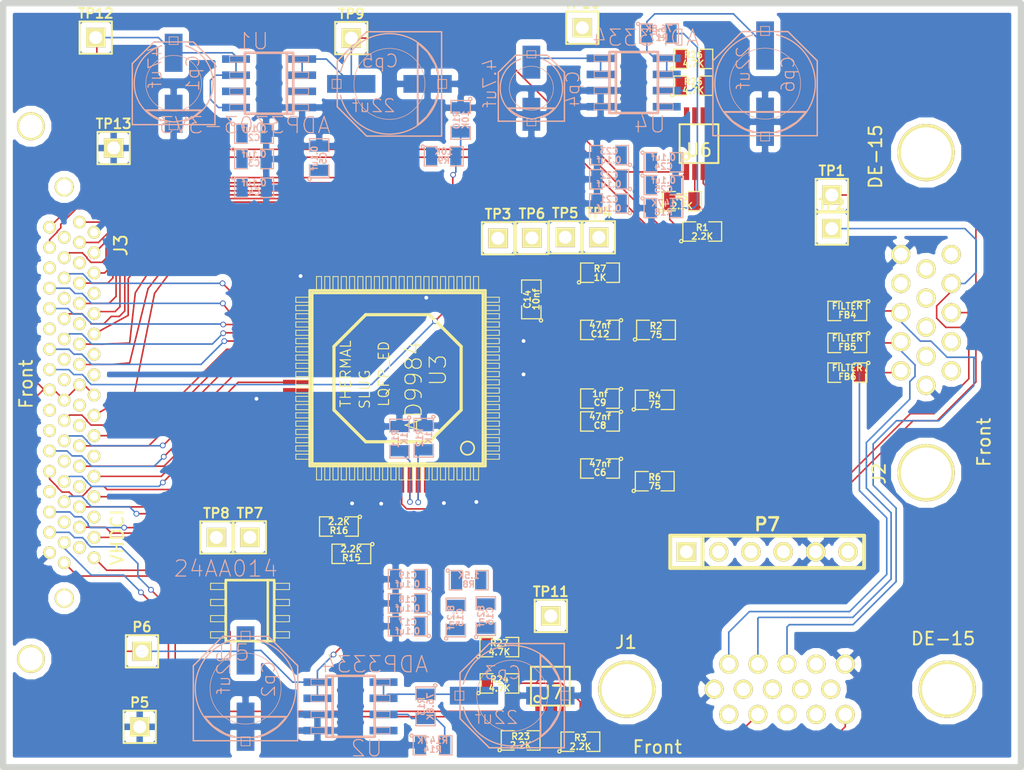
<source format=kicad_pcb>
(kicad_pcb (version 3) (host pcbnew "(2013-07-07 BZR 4022)-stable")
  (layers (15 F.Cu signal) (0 B.Cu signal) (18 B.Paste user) (19 F.Paste user) (20 B.SilkS user hide) (21 F.SilkS user) (22 B.Mask user) (23 F.Mask user) (28 Edge.Cuts user))
  (net 0 "")
  (net 1 /B)
  (net 2 /B0)
  (net 3 /B1)
  (net 4 /B2)
  (net 5 /B3)
  (net 6 /B4)
  (net 7 /B5)
  (net 8 /B6)
  (net 9 /B7)
  (net 10 /B8)
  (net 11 /B9)
  (net 12 /CLAMP)
  (net 13 /COST)
  (net 14 /DATACK)
  (net 15 /G)
  (net 16 /G0)
  (net 17 /G1)
  (net 18 /G2)
  (net 19 /G3)
  (net 20 /G4)
  (net 21 /G5)
  (net 22 /G6)
  (net 23 /G7)
  (net 24 /G8)
  (net 25 /G9)
  (net 26 /HSOUT)
  (net 27 /HSYNC0)
  (net 28 "/I2C/DDC Section/GND")
  (net 29 "/I2C/DDC Section/OVDD")
  (net 30 "/I2C/DDC Section/SCL_INT")
  (net 31 "/I2C/DDC Section/SCL_VGA_RX")
  (net 32 "/I2C/DDC Section/SCL_VGA_RX_BUF")
  (net 33 "/I2C/DDC Section/SCL_VGA_TX")
  (net 34 "/I2C/DDC Section/SCL_VGA_TX_BUF")
  (net 35 "/I2C/DDC Section/SDA_INT")
  (net 36 "/I2C/DDC Section/SDA_VGA_RX")
  (net 37 "/I2C/DDC Section/SDA_VGA_RX_BUF")
  (net 38 "/I2C/DDC Section/SDA_VGA_TX")
  (net 39 "/I2C/DDC Section/SDA_VGA_TX_BUF")
  (net 40 "/I2C/DDC Section/VCC")
  (net 41 /OE_Field)
  (net 42 /PWRDWN)
  (net 43 /PowerSupply/PVD)
  (net 44 /PowerSupply/VD)
  (net 45 /R)
  (net 46 /R0)
  (net 47 /R1)
  (net 48 /R2)
  (net 49 /R3)
  (net 50 /R4)
  (net 51 /R5)
  (net 52 /R6)
  (net 53 /R7)
  (net 54 /R8)
  (net 55 /R9)
  (net 56 /SOGOUT)
  (net 57 /VSOUT)
  (net 58 /VSYNC0)
  (net 59 N-000001)
  (net 60 N-0000010)
  (net 61 N-000005)
  (net 62 N-000006)
  (net 63 N-0000060)
  (net 64 N-0000061)
  (net 65 N-0000062)
  (net 66 N-0000063)
  (net 67 N-000007)
  (net 68 N-000008)
  (net 69 N-0000085)
  (net 70 N-0000086)
  (net 71 N-000009)
  (module SM0805 (layer F.Cu) (at 142.8496 67.2592)
    (fp_text reference R1 (at 0 -0.3175) (layer F.SilkS) (effects (font (size 0.50038 0.50038) (thickness 0.10922))))
    (fp_text value 2.2K (at 0 0.381) (layer F.SilkS) (effects (font (size 0.50038 0.50038) (thickness 0.10922))))
    (pad 1 smd rect (at -0.9525 0) (size 0.889 1.397) (layers F.Cu F.Paste F.Mask) (net 29 "/I2C/DDC Section/OVDD"))
    (pad 2 smd rect (at 0.9525 0) (size 0.889 1.397) (layers F.Cu F.Paste F.Mask) (net 37 "/I2C/DDC Section/SDA_VGA_RX_BUF"))
  )
  (module SM0805 (layer F.Cu) (at 134.8144 82.2 180)
    (fp_text reference C8 (at 0 -0.3175 180) (layer F.SilkS) (effects (font (size 0.50038 0.50038) (thickness 0.10922))))
    (fp_text value 47nf (at 0 0.381 180) (layer F.SilkS) (effects (font (size 0.50038 0.50038) (thickness 0.10922))))
    (pad 1 smd rect (at -0.9525 0 180) (size 0.889 1.397) (layers F.Cu F.Paste F.Mask) (net 63 N-0000060))
    (pad 2 smd rect (at 0.9525 0 180) (size 0.889 1.397) (layers F.Cu F.Paste F.Mask) (net 67 N-000007))
  )
  (module SM0805 (layer F.Cu) (at 134.8144 80.4 180)
    (fp_text reference C9 (at 0 -0.3175 180) (layer F.SilkS) (effects (font (size 0.50038 0.50038) (thickness 0.10922))))
    (fp_text value 1nf (at 0 0.381 180) (layer F.SilkS) (effects (font (size 0.50038 0.50038) (thickness 0.10922))))
    (pad 1 smd rect (at -0.9525 0 180) (size 0.889 1.397) (layers F.Cu F.Paste F.Mask) (net 63 N-0000060))
    (pad 2 smd rect (at 0.9525 0 180) (size 0.889 1.397) (layers F.Cu F.Paste F.Mask) (net 68 N-000008))
  )
  (module SM0805 (layer F.Cu) (at 134.8144 75 180)
    (fp_text reference C12 (at 0 -0.3175 180) (layer F.SilkS) (effects (font (size 0.50038 0.50038) (thickness 0.10922))))
    (fp_text value 47nf (at 0 0.381 180) (layer F.SilkS) (effects (font (size 0.50038 0.50038) (thickness 0.10922))))
    (pad 1 smd rect (at -0.9525 0 180) (size 0.889 1.397) (layers F.Cu F.Paste F.Mask) (net 60 N-0000010))
    (pad 2 smd rect (at 0.9525 0 180) (size 0.889 1.397) (layers F.Cu F.Paste F.Mask) (net 71 N-000009))
  )
  (module SM0805 (layer F.Cu) (at 129.4144 72.6 90)
    (fp_text reference C14 (at 0 -0.3175 90) (layer F.SilkS) (effects (font (size 0.50038 0.50038) (thickness 0.10922))))
    (fp_text value 10nf (at 0 0.381 90) (layer F.SilkS) (effects (font (size 0.50038 0.50038) (thickness 0.10922))))
    (pad 1 smd rect (at -0.9525 0 90) (size 0.889 1.397) (layers F.Cu F.Paste F.Mask) (net 66 N-0000063))
    (pad 2 smd rect (at 0.9525 0 90) (size 0.889 1.397) (layers F.Cu F.Paste F.Mask) (net 65 N-0000062))
  )
  (module SM0805 (layer F.Cu) (at 141.2494 64.8716)
    (fp_text reference R5 (at 0 -0.3175) (layer F.SilkS) (effects (font (size 0.50038 0.50038) (thickness 0.10922))))
    (fp_text value 2.2K (at 0 0.381) (layer F.SilkS) (effects (font (size 0.50038 0.50038) (thickness 0.10922))))
    (pad 1 smd rect (at -0.9525 0) (size 0.889 1.397) (layers F.Cu F.Paste F.Mask) (net 29 "/I2C/DDC Section/OVDD"))
    (pad 2 smd rect (at 0.9525 0) (size 0.889 1.397) (layers F.Cu F.Paste F.Mask) (net 32 "/I2C/DDC Section/SCL_VGA_RX_BUF"))
  )
  (module SM0805 (layer F.Cu) (at 133.2738 107.3912)
    (fp_text reference R3 (at 0 -0.3175) (layer F.SilkS) (effects (font (size 0.50038 0.50038) (thickness 0.10922))))
    (fp_text value 2.2K (at 0 0.381) (layer F.SilkS) (effects (font (size 0.50038 0.50038) (thickness 0.10922))))
    (pad 1 smd rect (at -0.9525 0) (size 0.889 1.397) (layers F.Cu F.Paste F.Mask) (net 29 "/I2C/DDC Section/OVDD"))
    (pad 2 smd rect (at 0.9525 0) (size 0.889 1.397) (layers F.Cu F.Paste F.Mask) (net 39 "/I2C/DDC Section/SDA_VGA_TX_BUF"))
  )
  (module SM0805 (layer F.Cu) (at 134.8144 85.9 180)
    (fp_text reference C6 (at 0 -0.3175 180) (layer F.SilkS) (effects (font (size 0.50038 0.50038) (thickness 0.10922))))
    (fp_text value 47nf (at 0 0.381 180) (layer F.SilkS) (effects (font (size 0.50038 0.50038) (thickness 0.10922))))
    (pad 1 smd rect (at -0.9525 0 180) (size 0.889 1.397) (layers F.Cu F.Paste F.Mask) (net 64 N-0000061))
    (pad 2 smd rect (at 0.9525 0 180) (size 0.889 1.397) (layers F.Cu F.Paste F.Mask) (net 62 N-000006))
  )
  (module SM0805 (layer F.Cu) (at 139.1144 86.9)
    (fp_text reference R6 (at 0 -0.3175) (layer F.SilkS) (effects (font (size 0.50038 0.50038) (thickness 0.10922))))
    (fp_text value 75 (at 0 0.381) (layer F.SilkS) (effects (font (size 0.50038 0.50038) (thickness 0.10922))))
    (pad 1 smd rect (at -0.9525 0) (size 0.889 1.397) (layers F.Cu F.Paste F.Mask) (net 64 N-0000061))
    (pad 2 smd rect (at 0.9525 0) (size 0.889 1.397) (layers F.Cu F.Paste F.Mask) (net 28 "/I2C/DDC Section/GND"))
  )
  (module SM0805 (layer F.Cu) (at 139.1144 80.5)
    (fp_text reference R4 (at 0 -0.3175) (layer F.SilkS) (effects (font (size 0.50038 0.50038) (thickness 0.10922))))
    (fp_text value 75 (at 0 0.381) (layer F.SilkS) (effects (font (size 0.50038 0.50038) (thickness 0.10922))))
    (pad 1 smd rect (at -0.9525 0) (size 0.889 1.397) (layers F.Cu F.Paste F.Mask) (net 63 N-0000060))
    (pad 2 smd rect (at 0.9525 0) (size 0.889 1.397) (layers F.Cu F.Paste F.Mask) (net 28 "/I2C/DDC Section/GND"))
  )
  (module SM0805 (layer F.Cu) (at 139.2144 75)
    (fp_text reference R2 (at 0 -0.3175) (layer F.SilkS) (effects (font (size 0.50038 0.50038) (thickness 0.10922))))
    (fp_text value 75 (at 0 0.381) (layer F.SilkS) (effects (font (size 0.50038 0.50038) (thickness 0.10922))))
    (pad 1 smd rect (at -0.9525 0) (size 0.889 1.397) (layers F.Cu F.Paste F.Mask) (net 60 N-0000010))
    (pad 2 smd rect (at 0.9525 0) (size 0.889 1.397) (layers F.Cu F.Paste F.Mask) (net 28 "/I2C/DDC Section/GND"))
  )
  (module SM0805 (layer F.Cu) (at 134.8144 70.5)
    (fp_text reference R7 (at 0 -0.3175) (layer F.SilkS) (effects (font (size 0.50038 0.50038) (thickness 0.10922))))
    (fp_text value 1K (at 0 0.381) (layer F.SilkS) (effects (font (size 0.50038 0.50038) (thickness 0.10922))))
    (pad 1 smd rect (at -0.9525 0) (size 0.889 1.397) (layers F.Cu F.Paste F.Mask) (net 28 "/I2C/DDC Section/GND"))
    (pad 2 smd rect (at 0.9525 0) (size 0.889 1.397) (layers F.Cu F.Paste F.Mask) (net 42 /PWRDWN))
  )
  (module SM0805 (layer F.Cu) (at 154.2542 78.359 180)
    (fp_text reference FB6 (at 0 -0.3175 180) (layer F.SilkS) (effects (font (size 0.50038 0.50038) (thickness 0.10922))))
    (fp_text value FILTER (at 0 0.381 180) (layer F.SilkS) (effects (font (size 0.50038 0.50038) (thickness 0.10922))))
    (pad 1 smd rect (at -0.9525 0 180) (size 0.889 1.397) (layers F.Cu F.Paste F.Mask) (net 45 /R))
    (pad 2 smd rect (at 0.9525 0 180) (size 0.889 1.397) (layers F.Cu F.Paste F.Mask) (net 64 N-0000061))
  )
  (module SM0805 (layer F.Cu) (at 154.2542 76.0222 180)
    (fp_text reference FB5 (at 0 -0.3175 180) (layer F.SilkS) (effects (font (size 0.50038 0.50038) (thickness 0.10922))))
    (fp_text value FILTER (at 0 0.381 180) (layer F.SilkS) (effects (font (size 0.50038 0.50038) (thickness 0.10922))))
    (pad 1 smd rect (at -0.9525 0 180) (size 0.889 1.397) (layers F.Cu F.Paste F.Mask) (net 15 /G))
    (pad 2 smd rect (at 0.9525 0 180) (size 0.889 1.397) (layers F.Cu F.Paste F.Mask) (net 63 N-0000060))
  )
  (module SM0805 (layer B.Cu) (at 122.53 61.34)
    (fp_text reference R9 (at 0 0.3175) (layer B.SilkS) (effects (font (size 0.50038 0.50038) (thickness 0.10922)) (justify mirror)))
    (fp_text value 10K (at 0 -0.381) (layer B.SilkS) (effects (font (size 0.50038 0.50038) (thickness 0.10922)) (justify mirror)))
    (pad 1 smd rect (at -0.9525 0) (size 0.889 1.397) (layers B.Cu B.Paste B.Mask) (net 29 "/I2C/DDC Section/OVDD"))
    (pad 2 smd rect (at 0.9525 0) (size 0.889 1.397) (layers B.Cu B.Paste B.Mask) (net 57 /VSOUT))
  )
  (module SM0805 (layer B.Cu) (at 121.1 104.61 270)
    (fp_text reference R13 (at 0 0.3175 270) (layer B.SilkS) (effects (font (size 0.50038 0.50038) (thickness 0.10922)) (justify mirror)))
    (fp_text value 76.8K (at 0 -0.381 270) (layer B.SilkS) (effects (font (size 0.50038 0.50038) (thickness 0.10922)) (justify mirror)))
    (pad 1 smd rect (at -0.9525 0 270) (size 0.889 1.397) (layers B.Cu B.Paste B.Mask) (net 43 /PowerSupply/PVD))
    (pad 2 smd rect (at 0.9525 0 270) (size 0.889 1.397) (layers B.Cu B.Paste B.Mask) (net 69 N-0000085))
  )
  (module SM0805 (layer B.Cu) (at 121.6533 107.6706)
    (fp_text reference R14 (at 0 0.3175) (layer B.SilkS) (effects (font (size 0.50038 0.50038) (thickness 0.10922)) (justify mirror)))
    (fp_text value R147K (at 0 -0.381) (layer B.SilkS) (effects (font (size 0.50038 0.50038) (thickness 0.10922)) (justify mirror)))
    (pad 1 smd rect (at -0.9525 0) (size 0.889 1.397) (layers B.Cu B.Paste B.Mask) (net 28 "/I2C/DDC Section/GND"))
    (pad 2 smd rect (at 0.9525 0) (size 0.889 1.397) (layers B.Cu B.Paste B.Mask) (net 69 N-0000085))
  )
  (module SM0805 (layer F.Cu) (at 154.2542 73.5076 180)
    (fp_text reference FB4 (at 0 -0.3175 180) (layer F.SilkS) (effects (font (size 0.50038 0.50038) (thickness 0.10922))))
    (fp_text value FILTER (at 0 0.381 180) (layer F.SilkS) (effects (font (size 0.50038 0.50038) (thickness 0.10922))))
    (pad 1 smd rect (at -0.9525 0 180) (size 0.889 1.397) (layers F.Cu F.Paste F.Mask) (net 1 /B))
    (pad 2 smd rect (at 0.9525 0 180) (size 0.889 1.397) (layers F.Cu F.Paste F.Mask) (net 60 N-0000010))
  )
  (module SM0805 (layer B.Cu) (at 139.805 65.415)
    (fp_text reference R18 (at 0 0.3175) (layer B.SilkS) (effects (font (size 0.50038 0.50038) (thickness 0.10922)) (justify mirror)))
    (fp_text value 147K (at 0 -0.381) (layer B.SilkS) (effects (font (size 0.50038 0.50038) (thickness 0.10922)) (justify mirror)))
    (pad 1 smd rect (at -0.9525 0) (size 0.889 1.397) (layers B.Cu B.Paste B.Mask) (net 28 "/I2C/DDC Section/GND"))
    (pad 2 smd rect (at 0.9525 0) (size 0.889 1.397) (layers B.Cu B.Paste B.Mask) (net 70 N-0000086))
  )
  (module SM0805 (layer B.Cu) (at 139.45 51.69)
    (fp_text reference R17 (at 0 0.3175) (layer B.SilkS) (effects (font (size 0.50038 0.50038) (thickness 0.10922)) (justify mirror)))
    (fp_text value 76.8K (at 0 -0.381) (layer B.SilkS) (effects (font (size 0.50038 0.50038) (thickness 0.10922)) (justify mirror)))
    (pad 1 smd rect (at -0.9525 0) (size 0.889 1.397) (layers B.Cu B.Paste B.Mask) (net 44 /PowerSupply/VD))
    (pad 2 smd rect (at 0.9525 0) (size 0.889 1.397) (layers B.Cu B.Paste B.Mask) (net 70 N-0000086))
  )
  (module SM0805 (layer B.Cu) (at 123.86 58.48 270)
    (fp_text reference R10 (at 0 0.3175 270) (layer B.SilkS) (effects (font (size 0.50038 0.50038) (thickness 0.10922)) (justify mirror)))
    (fp_text value 10K (at 0 -0.381 270) (layer B.SilkS) (effects (font (size 0.50038 0.50038) (thickness 0.10922)) (justify mirror)))
    (pad 1 smd rect (at -0.9525 0 270) (size 0.889 1.397) (layers B.Cu B.Paste B.Mask) (net 28 "/I2C/DDC Section/GND"))
    (pad 2 smd rect (at 0.9525 0 270) (size 0.889 1.397) (layers B.Cu B.Paste B.Mask) (net 57 /VSOUT))
  )
  (module SM0805 (layer F.Cu) (at 115.27 92.6134 180)
    (fp_text reference R15 (at 0 -0.3175 180) (layer F.SilkS) (effects (font (size 0.50038 0.50038) (thickness 0.10922))))
    (fp_text value 2.2K (at 0 0.381 180) (layer F.SilkS) (effects (font (size 0.50038 0.50038) (thickness 0.10922))))
    (pad 1 smd rect (at -0.9525 0 180) (size 0.889 1.397) (layers F.Cu F.Paste F.Mask) (net 30 "/I2C/DDC Section/SCL_INT"))
    (pad 2 smd rect (at 0.9525 0 180) (size 0.889 1.397) (layers F.Cu F.Paste F.Mask) (net 29 "/I2C/DDC Section/OVDD"))
  )
  (module SM0805 (layer F.Cu) (at 114.29 90.4634 180)
    (fp_text reference R16 (at 0 -0.3175 180) (layer F.SilkS) (effects (font (size 0.50038 0.50038) (thickness 0.10922))))
    (fp_text value 2.2K (at 0 0.381 180) (layer F.SilkS) (effects (font (size 0.50038 0.50038) (thickness 0.10922))))
    (pad 1 smd rect (at -0.9525 0 180) (size 0.889 1.397) (layers F.Cu F.Paste F.Mask) (net 35 "/I2C/DDC Section/SDA_INT"))
    (pad 2 smd rect (at 0.9525 0 180) (size 0.889 1.397) (layers F.Cu F.Paste F.Mask) (net 29 "/I2C/DDC Section/OVDD"))
  )
  (module SM0805 (layer B.Cu) (at 119.05 83.55 270)
    (fp_text reference R11 (at 0 0.3175 270) (layer B.SilkS) (effects (font (size 0.50038 0.50038) (thickness 0.10922)) (justify mirror)))
    (fp_text value 1K (at 0 -0.381 270) (layer B.SilkS) (effects (font (size 0.50038 0.50038) (thickness 0.10922)) (justify mirror)))
    (pad 1 smd rect (at -0.9525 0 270) (size 0.889 1.397) (layers B.Cu B.Paste B.Mask) (net 28 "/I2C/DDC Section/GND"))
    (pad 2 smd rect (at 0.9525 0 270) (size 0.889 1.397) (layers B.Cu B.Paste B.Mask) (net 13 /COST))
  )
  (module SM0805 (layer B.Cu) (at 120.96 83.48 270)
    (fp_text reference R12 (at 0 0.3175 270) (layer B.SilkS) (effects (font (size 0.50038 0.50038) (thickness 0.10922)) (justify mirror)))
    (fp_text value 1K (at 0 -0.381 270) (layer B.SilkS) (effects (font (size 0.50038 0.50038) (thickness 0.10922)) (justify mirror)))
    (pad 1 smd rect (at -0.9525 0 270) (size 0.889 1.397) (layers B.Cu B.Paste B.Mask) (net 28 "/I2C/DDC Section/GND"))
    (pad 2 smd rect (at 0.9525 0 270) (size 0.889 1.397) (layers B.Cu B.Paste B.Mask) (net 12 /CLAMP))
  )
  (module SM0805 (layer B.Cu) (at 124.49 94.69)
    (fp_text reference R8 (at 0 0.3175) (layer B.SilkS) (effects (font (size 0.50038 0.50038) (thickness 0.10922)) (justify mirror)))
    (fp_text value 1.5K (at 0 -0.381) (layer B.SilkS) (effects (font (size 0.50038 0.50038) (thickness 0.10922)) (justify mirror)))
    (pad 1 smd rect (at -0.9525 0) (size 0.889 1.397) (layers B.Cu B.Paste B.Mask) (net 61 N-000005))
    (pad 2 smd rect (at 0.9525 0) (size 0.889 1.397) (layers B.Cu B.Paste B.Mask) (net 59 N-000001))
  )
  (module SM0805 (layer B.Cu) (at 125.84 97.51 90)
    (fp_text reference C16 (at 0 0.3175 90) (layer B.SilkS) (effects (font (size 0.50038 0.50038) (thickness 0.10922)) (justify mirror)))
    (fp_text value 82nf (at 0 -0.381 90) (layer B.SilkS) (effects (font (size 0.50038 0.50038) (thickness 0.10922)) (justify mirror)))
    (pad 1 smd rect (at -0.9525 0 90) (size 0.889 1.397) (layers B.Cu B.Paste B.Mask) (net 43 /PowerSupply/PVD))
    (pad 2 smd rect (at 0.9525 0 90) (size 0.889 1.397) (layers B.Cu B.Paste B.Mask) (net 61 N-000005))
  )
  (module SM0805 (layer B.Cu) (at 123.48 97.62 90)
    (fp_text reference C15 (at 0 0.3175 90) (layer B.SilkS) (effects (font (size 0.50038 0.50038) (thickness 0.10922)) (justify mirror)))
    (fp_text value 8.2nf (at 0 -0.381 90) (layer B.SilkS) (effects (font (size 0.50038 0.50038) (thickness 0.10922)) (justify mirror)))
    (pad 1 smd rect (at -0.9525 0 90) (size 0.889 1.397) (layers B.Cu B.Paste B.Mask) (net 43 /PowerSupply/PVD))
    (pad 2 smd rect (at 0.9525 0 90) (size 0.889 1.397) (layers B.Cu B.Paste B.Mask) (net 59 N-000001))
  )
  (module PIN_ARRAY_1 (layer F.Cu) (at 98.81 100.28)
    (fp_text reference P6 (at 0 -1.905) (layer F.SilkS) (effects (font (size 0.762 0.762) (thickness 0.1524))))
    (fp_text value CONN_1 hide)
    (pad 1 thru_hole rect (at 0 0) (size 1.524 1.524) (drill 1.016) (layers *.Cu *.Mask F.SilkS) (net 40 "/I2C/DDC Section/VCC"))
  )
  (module PIN_ARRAY_1 (layer F.Cu) (at 98.63 106.22)
    (fp_text reference P5 (at 0 -1.905) (layer F.SilkS) (effects (font (size 0.762 0.762) (thickness 0.1524))))
    (fp_text value CONN_1 hide)
    (pad 1 thru_hole rect (at 0 0) (size 1.524 1.524) (drill 1.016) (layers *.Cu *.Mask F.SilkS) (net 28 "/I2C/DDC Section/GND"))
  )
  (module DE-15 (layer F.Cu) (at 162.45 73.64 90)
    (fp_text reference J2 (at -12.66 -5.7 90) (layer F.SilkS))
    (fp_text value DE-15 (at 12.27 -5.98 90) (layer F.SilkS))
    (fp_text user Front (at -10.2 2.55 90) (layer F.SilkS))
    (pad 6 thru_hole circle (at -5.725 -2 90) (size 1.5 1.5) (drill 1.05) (layers *.Cu *.Mask F.SilkS) (net 28 "/I2C/DDC Section/GND"))
    (pad 7 thru_hole circle (at -3.435 -2 90) (size 1.5 1.5) (drill 1.05) (layers *.Cu *.Mask F.SilkS) (net 28 "/I2C/DDC Section/GND"))
    (pad 8 thru_hole circle (at -1.145 -2 90) (size 1.5 1.5) (drill 1.05) (layers *.Cu *.Mask F.SilkS) (net 28 "/I2C/DDC Section/GND"))
    (pad 9 thru_hole circle (at 1.145 -2 90) (size 1.5 1.5) (drill 1.05) (layers *.Cu *.Mask F.SilkS))
    (pad 10 thru_hole circle (at 3.435 -2 90) (size 1.5 1.5) (drill 1.05) (layers *.Cu *.Mask F.SilkS) (net 28 "/I2C/DDC Section/GND"))
    (pad 1 thru_hole circle (at -4.58 -3.98 90) (size 1.5 1.5) (drill 1.05) (layers *.Cu *.Mask F.SilkS) (net 45 /R))
    (pad 2 thru_hole circle (at -2.29 -3.98 90) (size 1.5 1.5) (drill 1.05) (layers *.Cu *.Mask F.SilkS) (net 15 /G))
    (pad 3 thru_hole circle (at 0 -3.98 90) (size 1.5 1.5) (drill 1.05) (layers *.Cu *.Mask F.SilkS) (net 1 /B))
    (pad 4 thru_hole circle (at 2.29 -3.98 90) (size 1.5 1.5) (drill 1.05) (layers *.Cu *.Mask F.SilkS))
    (pad 5 thru_hole circle (at 4.58 -3.98 90) (size 1.5 1.5) (drill 1.05) (layers *.Cu *.Mask F.SilkS) (net 28 "/I2C/DDC Section/GND"))
    (pad 11 thru_hole circle (at -4.58 -0.02 90) (size 1.5 1.5) (drill 1.05) (layers *.Cu *.Mask F.SilkS))
    (pad 12 thru_hole circle (at -2.29 -0.02 90) (size 1.5 1.5) (drill 1.05) (layers *.Cu *.Mask F.SilkS) (net 36 "/I2C/DDC Section/SDA_VGA_RX"))
    (pad 13 thru_hole circle (at 0 -0.02 90) (size 1.5 1.5) (drill 1.05) (layers *.Cu *.Mask F.SilkS) (net 27 /HSYNC0))
    (pad 14 thru_hole circle (at 2.29 -0.02 90) (size 1.5 1.5) (drill 1.05) (layers *.Cu *.Mask F.SilkS) (net 58 /VSYNC0))
    (pad 15 thru_hole circle (at 4.58 -0.02 90) (size 1.5 1.5) (drill 1.05) (layers *.Cu *.Mask F.SilkS) (net 31 "/I2C/DDC Section/SCL_VGA_RX"))
    (pad "" thru_hole circle (at 12.595 -2 90) (size 4.5 4.5) (drill 3.96) (layers *.Cu F.SilkS))
    (pad "" thru_hole circle (at -12.595 -2 90) (size 4.5 4.5) (drill 3.96) (layers *.Cu F.SilkS))
  )
  (module DE-15 (layer F.Cu) (at 149.515 105.265)
    (fp_text reference J1 (at -12.66 -5.7) (layer F.SilkS))
    (fp_text value DE-15 (at 12.27 -5.98) (layer F.SilkS))
    (fp_text user Front (at -10.2 2.55) (layer F.SilkS))
    (pad 6 thru_hole circle (at -5.725 -2) (size 1.5 1.5) (drill 1.05) (layers *.Cu *.Mask F.SilkS) (net 28 "/I2C/DDC Section/GND"))
    (pad 7 thru_hole circle (at -3.435 -2) (size 1.5 1.5) (drill 1.05) (layers *.Cu *.Mask F.SilkS) (net 28 "/I2C/DDC Section/GND"))
    (pad 8 thru_hole circle (at -1.145 -2) (size 1.5 1.5) (drill 1.05) (layers *.Cu *.Mask F.SilkS) (net 28 "/I2C/DDC Section/GND"))
    (pad 9 thru_hole circle (at 1.145 -2) (size 1.5 1.5) (drill 1.05) (layers *.Cu *.Mask F.SilkS))
    (pad 10 thru_hole circle (at 3.435 -2) (size 1.5 1.5) (drill 1.05) (layers *.Cu *.Mask F.SilkS) (net 28 "/I2C/DDC Section/GND"))
    (pad 1 thru_hole circle (at -4.58 -3.98) (size 1.5 1.5) (drill 1.05) (layers *.Cu *.Mask F.SilkS) (net 45 /R))
    (pad 2 thru_hole circle (at -2.29 -3.98) (size 1.5 1.5) (drill 1.05) (layers *.Cu *.Mask F.SilkS) (net 15 /G))
    (pad 3 thru_hole circle (at 0 -3.98) (size 1.5 1.5) (drill 1.05) (layers *.Cu *.Mask F.SilkS) (net 1 /B))
    (pad 4 thru_hole circle (at 2.29 -3.98) (size 1.5 1.5) (drill 1.05) (layers *.Cu *.Mask F.SilkS))
    (pad 5 thru_hole circle (at 4.58 -3.98) (size 1.5 1.5) (drill 1.05) (layers *.Cu *.Mask F.SilkS) (net 28 "/I2C/DDC Section/GND"))
    (pad 11 thru_hole circle (at -4.58 -0.02) (size 1.5 1.5) (drill 1.05) (layers *.Cu *.Mask F.SilkS))
    (pad 12 thru_hole circle (at -2.29 -0.02) (size 1.5 1.5) (drill 1.05) (layers *.Cu *.Mask F.SilkS) (net 38 "/I2C/DDC Section/SDA_VGA_TX"))
    (pad 13 thru_hole circle (at 0 -0.02) (size 1.5 1.5) (drill 1.05) (layers *.Cu *.Mask F.SilkS) (net 27 /HSYNC0))
    (pad 14 thru_hole circle (at 2.29 -0.02) (size 1.5 1.5) (drill 1.05) (layers *.Cu *.Mask F.SilkS) (net 58 /VSYNC0))
    (pad 15 thru_hole circle (at 4.58 -0.02) (size 1.5 1.5) (drill 1.05) (layers *.Cu *.Mask F.SilkS) (net 33 "/I2C/DDC Section/SCL_VGA_TX"))
    (pad "" thru_hole circle (at 12.595 -2) (size 4.5 4.5) (drill 3.96) (layers *.Cu F.SilkS))
    (pad "" thru_hole circle (at -12.595 -2) (size 4.5 4.5) (drill 3.96) (layers *.Cu F.SilkS))
  )
  (module -SOIC8 (layer B.Cu) (at 108.8 55.6 270)
    (fp_text reference U1 (at -3.302 1.27 540) (layer B.SilkS) (effects (font (size 1.27 1.27) (thickness 0.0889)) (justify mirror)))
    (fp_text value ADP3303-3V3 (at 3.302 1.905 540) (layer B.SilkS) (effects (font (size 1.27 1.27) (thickness 0.0889)) (justify mirror)))
    (pad 1 smd rect (at -1.905 -2.59842 270) (size 0.59944 2.19964) (layers B.Cu B.Paste B.Mask) (net 29 "/I2C/DDC Section/OVDD"))
    (pad 2 smd rect (at -0.635 -2.59842 270) (size 0.59944 2.19964) (layers B.Cu B.Paste B.Mask) (net 29 "/I2C/DDC Section/OVDD"))
    (pad 3 smd rect (at 0.635 -2.59842 270) (size 0.59944 2.19964) (layers B.Cu B.Paste B.Mask))
    (pad 4 smd rect (at 1.905 -2.59842 270) (size 0.59944 2.19964) (layers B.Cu B.Paste B.Mask) (net 28 "/I2C/DDC Section/GND"))
    (pad 5 smd rect (at 1.905 2.59842 270) (size 0.59944 2.19964) (layers B.Cu B.Paste B.Mask) (net 40 "/I2C/DDC Section/VCC"))
    (pad 6 smd rect (at 0.635 2.59842 270) (size 0.59944 2.19964) (layers B.Cu B.Paste B.Mask))
    (pad 7 smd rect (at -0.635 2.59842 270) (size 0.59944 2.19964) (layers B.Cu B.Paste B.Mask) (net 40 "/I2C/DDC Section/VCC"))
    (pad 8 smd rect (at -1.905 2.59842 270) (size 0.59944 2.19964) (layers B.Cu B.Paste B.Mask) (net 40 "/I2C/DDC Section/VCC"))
  )
  (module -SOIC8 (layer B.Cu) (at 115.2 104.61 90)
    (fp_text reference U2 (at -3.302 1.27 360) (layer B.SilkS) (effects (font (size 1.27 1.27) (thickness 0.0889)) (justify mirror)))
    (fp_text value ADP3334 (at 3.302 1.905 360) (layer B.SilkS) (effects (font (size 1.27 1.27) (thickness 0.0889)) (justify mirror)))
    (pad 1 smd rect (at -1.905 -2.59842 90) (size 0.59944 2.19964) (layers B.Cu B.Paste B.Mask) (net 28 "/I2C/DDC Section/GND"))
    (pad 2 smd rect (at -0.635 -2.59842 90) (size 0.59944 2.19964) (layers B.Cu B.Paste B.Mask) (net 28 "/I2C/DDC Section/GND"))
    (pad 3 smd rect (at 0.635 -2.59842 90) (size 0.59944 2.19964) (layers B.Cu B.Paste B.Mask) (net 40 "/I2C/DDC Section/VCC"))
    (pad 4 smd rect (at 1.905 -2.59842 90) (size 0.59944 2.19964) (layers B.Cu B.Paste B.Mask) (net 40 "/I2C/DDC Section/VCC"))
    (pad 5 smd rect (at 1.905 2.59842 90) (size 0.59944 2.19964) (layers B.Cu B.Paste B.Mask) (net 43 /PowerSupply/PVD))
    (pad 6 smd rect (at 0.635 2.59842 90) (size 0.59944 2.19964) (layers B.Cu B.Paste B.Mask) (net 43 /PowerSupply/PVD))
    (pad 7 smd rect (at -0.635 2.59842 90) (size 0.59944 2.19964) (layers B.Cu B.Paste B.Mask) (net 69 N-0000085))
    (pad 8 smd rect (at -1.905 2.59842 90) (size 0.59944 2.19964) (layers B.Cu B.Paste B.Mask))
  )
  (module -SOIC8 (layer B.Cu) (at 137.46 55.54 90)
    (fp_text reference U4 (at -3.302 1.27 360) (layer B.SilkS) (effects (font (size 1.27 1.27) (thickness 0.0889)) (justify mirror)))
    (fp_text value ADP3334 (at 3.5208 0.9446 180) (layer B.SilkS) (effects (font (size 1.27 1.27) (thickness 0.0889)) (justify mirror)))
    (pad 1 smd rect (at -1.905 -2.59842 90) (size 0.59944 2.19964) (layers B.Cu B.Paste B.Mask) (net 28 "/I2C/DDC Section/GND"))
    (pad 2 smd rect (at -0.635 -2.59842 90) (size 0.59944 2.19964) (layers B.Cu B.Paste B.Mask) (net 28 "/I2C/DDC Section/GND"))
    (pad 3 smd rect (at 0.635 -2.59842 90) (size 0.59944 2.19964) (layers B.Cu B.Paste B.Mask) (net 40 "/I2C/DDC Section/VCC"))
    (pad 4 smd rect (at 1.905 -2.59842 90) (size 0.59944 2.19964) (layers B.Cu B.Paste B.Mask) (net 40 "/I2C/DDC Section/VCC"))
    (pad 5 smd rect (at 1.905 2.59842 90) (size 0.59944 2.19964) (layers B.Cu B.Paste B.Mask) (net 44 /PowerSupply/VD))
    (pad 6 smd rect (at 0.635 2.59842 90) (size 0.59944 2.19964) (layers B.Cu B.Paste B.Mask) (net 44 /PowerSupply/VD))
    (pad 7 smd rect (at -0.635 2.59842 90) (size 0.59944 2.19964) (layers B.Cu B.Paste B.Mask) (net 70 N-0000086))
    (pad 8 smd rect (at -1.905 2.59842 90) (size 0.59944 2.19964) (layers B.Cu B.Paste B.Mask))
  )
  (module VHDCI (layer F.Cu) (at 92.7 63.75 270)
    (fp_text reference J3 (at 4.59 -4.45 270) (layer F.SilkS))
    (fp_text value VHDCI (at 27.56 -4.18 270) (layer F.SilkS))
    (fp_text user Front (at 15.52 3 270) (layer F.SilkS))
    (pad 51 thru_hole circle (at 15.97 1.15 270) (size 1 1) (drill 0.65) (layers *.Cu *.Mask F.SilkS) (net 40 "/I2C/DDC Section/VCC"))
    (pad 49 thru_hole circle (at 14.37 1.15 270) (size 1 1) (drill 0.65) (layers *.Cu *.Mask F.SilkS) (net 14 /DATACK))
    (pad 47 thru_hole circle (at 12.77 1.15 270) (size 1 1) (drill 0.65) (layers *.Cu *.Mask F.SilkS) (net 21 /G5))
    (pad 45 thru_hole circle (at 11.17 1.15 270) (size 1 1) (drill 0.65) (layers *.Cu *.Mask F.SilkS) (net 28 "/I2C/DDC Section/GND"))
    (pad 43 thru_hole circle (at 9.57 1.15 270) (size 1 1) (drill 0.65) (layers *.Cu *.Mask F.SilkS) (net 23 /G7))
    (pad 41 thru_hole circle (at 7.97 1.15 270) (size 1 1) (drill 0.65) (layers *.Cu *.Mask F.SilkS) (net 24 /G8))
    (pad 39 thru_hole circle (at 6.37 1.15 270) (size 1 1) (drill 0.65) (layers *.Cu *.Mask F.SilkS) (net 28 "/I2C/DDC Section/GND"))
    (pad 37 thru_hole circle (at 4.77 1.15 270) (size 1 1) (drill 0.65) (layers *.Cu *.Mask F.SilkS) (net 37 "/I2C/DDC Section/SDA_VGA_RX_BUF"))
    (pad 35 thru_hole circle (at 3.17 1.15 270) (size 1 1) (drill 0.65) (layers *.Cu *.Mask F.SilkS) (net 32 "/I2C/DDC Section/SCL_VGA_RX_BUF"))
    (pad 53 thru_hole circle (at 17.57 1.15 270) (size 1 1) (drill 0.65) (layers *.Cu *.Mask F.SilkS))
    (pad 55 thru_hole circle (at 19.17 1.15 270) (size 1 1) (drill 0.65) (layers *.Cu *.Mask F.SilkS) (net 28 "/I2C/DDC Section/GND"))
    (pad 57 thru_hole circle (at 20.77 1.15 270) (size 1 1) (drill 0.65) (layers *.Cu *.Mask F.SilkS) (net 16 /G0))
    (pad 59 thru_hole circle (at 22.37 1.15 270) (size 1 1) (drill 0.65) (layers *.Cu *.Mask F.SilkS) (net 8 /B6))
    (pad 61 thru_hole circle (at 23.97 1.15 270) (size 1 1) (drill 0.65) (layers *.Cu *.Mask F.SilkS) (net 28 "/I2C/DDC Section/GND"))
    (pad 63 thru_hole circle (at 25.57 1.15 270) (size 1 1) (drill 0.65) (layers *.Cu *.Mask F.SilkS) (net 4 /B2))
    (pad 65 thru_hole circle (at 27.17 1.15 270) (size 1 1) (drill 0.65) (layers *.Cu *.Mask F.SilkS) (net 34 "/I2C/DDC Section/SCL_VGA_TX_BUF"))
    (pad 67 thru_hole circle (at 28.77 1.15 270) (size 1 1) (drill 0.65) (layers *.Cu *.Mask F.SilkS) (net 28 "/I2C/DDC Section/GND"))
    (pad 68 thru_hole circle (at 29.57 0 270) (size 1 1) (drill 0.65) (layers *.Cu *.Mask F.SilkS) (net 30 "/I2C/DDC Section/SCL_INT"))
    (pad 66 thru_hole circle (at 27.97 0 270) (size 1 1) (drill 0.65) (layers *.Cu *.Mask F.SilkS) (net 39 "/I2C/DDC Section/SDA_VGA_TX_BUF"))
    (pad 64 thru_hole circle (at 26.37 0 270) (size 1 1) (drill 0.65) (layers *.Cu *.Mask F.SilkS) (net 28 "/I2C/DDC Section/GND"))
    (pad 62 thru_hole circle (at 24.77 0 270) (size 1 1) (drill 0.65) (layers *.Cu *.Mask F.SilkS) (net 5 /B3))
    (pad 60 thru_hole circle (at 23.17 0 270) (size 1 1) (drill 0.65) (layers *.Cu *.Mask F.SilkS) (net 9 /B7))
    (pad 58 thru_hole circle (at 21.57 0 270) (size 1 1) (drill 0.65) (layers *.Cu *.Mask F.SilkS) (net 28 "/I2C/DDC Section/GND"))
    (pad 56 thru_hole circle (at 19.97 0 270) (size 1 1) (drill 0.65) (layers *.Cu *.Mask F.SilkS) (net 17 /G1))
    (pad 54 thru_hole circle (at 18.37 0 270) (size 1 1) (drill 0.65) (layers *.Cu *.Mask F.SilkS) (net 20 /G4))
    (pad 36 thru_hole circle (at 3.97 0 270) (size 1 1) (drill 0.65) (layers *.Cu *.Mask F.SilkS) (net 28 "/I2C/DDC Section/GND"))
    (pad 38 thru_hole circle (at 5.57 0 270) (size 1 1) (drill 0.65) (layers *.Cu *.Mask F.SilkS) (net 55 /R9))
    (pad 40 thru_hole circle (at 7.17 0 270) (size 1 1) (drill 0.65) (layers *.Cu *.Mask F.SilkS) (net 25 /G9))
    (pad 42 thru_hole circle (at 8.77 0 270) (size 1 1) (drill 0.65) (layers *.Cu *.Mask F.SilkS) (net 28 "/I2C/DDC Section/GND"))
    (pad 44 thru_hole circle (at 10.37 0 270) (size 1 1) (drill 0.65) (layers *.Cu *.Mask F.SilkS) (net 50 /R4))
    (pad 46 thru_hole circle (at 11.97 0 270) (size 1 1) (drill 0.65) (layers *.Cu *.Mask F.SilkS) (net 22 /G6))
    (pad 48 thru_hole circle (at 13.57 0 270) (size 1 1) (drill 0.65) (layers *.Cu *.Mask F.SilkS) (net 28 "/I2C/DDC Section/GND"))
    (pad 50 thru_hole circle (at 15.17 0 270) (size 1 1) (drill 0.65) (layers *.Cu *.Mask F.SilkS))
    (pad 52 thru_hole circle (at 16.77 0 270) (size 1 1) (drill 0.65) (layers *.Cu *.Mask F.SilkS) (net 40 "/I2C/DDC Section/VCC"))
    (pad 18 thru_hole circle (at 16.37 -2.35 270) (size 1 1) (drill 0.65) (layers *.Cu *.Mask F.SilkS) (net 40 "/I2C/DDC Section/VCC"))
    (pad 16 thru_hole circle (at 14.77 -2.35 270) (size 1 1) (drill 0.65) (layers *.Cu *.Mask F.SilkS))
    (pad 14 thru_hole circle (at 13.17 -2.35 270) (size 1 1) (drill 0.65) (layers *.Cu *.Mask F.SilkS) (net 28 "/I2C/DDC Section/GND"))
    (pad 12 thru_hole circle (at 11.57 -2.35 270) (size 1 1) (drill 0.65) (layers *.Cu *.Mask F.SilkS) (net 49 /R3))
    (pad 10 thru_hole circle (at 9.97 -2.35 270) (size 1 1) (drill 0.65) (layers *.Cu *.Mask F.SilkS) (net 51 /R5))
    (pad 8 thru_hole circle (at 8.37 -2.35 270) (size 1 1) (drill 0.65) (layers *.Cu *.Mask F.SilkS) (net 28 "/I2C/DDC Section/GND"))
    (pad 6 thru_hole circle (at 6.77 -2.35 270) (size 1 1) (drill 0.65) (layers *.Cu *.Mask F.SilkS) (net 54 /R8))
    (pad 4 thru_hole circle (at 5.17 -2.35 270) (size 1 1) (drill 0.65) (layers *.Cu *.Mask F.SilkS) (net 56 /SOGOUT))
    (pad 2 thru_hole circle (at 3.57 -2.35 270) (size 1 1) (drill 0.65) (layers *.Cu *.Mask F.SilkS) (net 28 "/I2C/DDC Section/GND"))
    (pad 20 thru_hole circle (at 17.97 -2.35 270) (size 1 1) (drill 0.65) (layers *.Cu *.Mask F.SilkS) (net 46 /R0))
    (pad 22 thru_hole circle (at 19.57 -2.35 270) (size 1 1) (drill 0.65) (layers *.Cu *.Mask F.SilkS) (net 19 /G3))
    (pad 24 thru_hole circle (at 21.17 -2.35 270) (size 1 1) (drill 0.65) (layers *.Cu *.Mask F.SilkS) (net 28 "/I2C/DDC Section/GND"))
    (pad 26 thru_hole circle (at 22.77 -2.35 270) (size 1 1) (drill 0.65) (layers *.Cu *.Mask F.SilkS) (net 10 /B8))
    (pad 28 thru_hole circle (at 24.37 -2.35 270) (size 1 1) (drill 0.65) (layers *.Cu *.Mask F.SilkS) (net 7 /B5))
    (pad 30 thru_hole circle (at 25.97 -2.35 270) (size 1 1) (drill 0.65) (layers *.Cu *.Mask F.SilkS) (net 28 "/I2C/DDC Section/GND"))
    (pad 32 thru_hole circle (at 27.57 -2.35 270) (size 1 1) (drill 0.65) (layers *.Cu *.Mask F.SilkS) (net 2 /B0))
    (pad 34 thru_hole circle (at 29.17 -2.35 270) (size 1 1) (drill 0.65) (layers *.Cu *.Mask F.SilkS) (net 35 "/I2C/DDC Section/SDA_INT"))
    (pad 33 thru_hole circle (at 28.37 -1.2 270) (size 1 1) (drill 0.65) (layers *.Cu *.Mask F.SilkS) (net 28 "/I2C/DDC Section/GND"))
    (pad 31 thru_hole circle (at 26.77 -1.2 270) (size 1 1) (drill 0.65) (layers *.Cu *.Mask F.SilkS) (net 3 /B1))
    (pad 29 thru_hole circle (at 25.17 -1.2 270) (size 1 1) (drill 0.65) (layers *.Cu *.Mask F.SilkS) (net 6 /B4))
    (pad 27 thru_hole circle (at 23.57 -1.2 270) (size 1 1) (drill 0.65) (layers *.Cu *.Mask F.SilkS) (net 28 "/I2C/DDC Section/GND"))
    (pad 25 thru_hole circle (at 21.97 -1.2 270) (size 1 1) (drill 0.65) (layers *.Cu *.Mask F.SilkS) (net 11 /B9))
    (pad 23 thru_hole circle (at 20.37 -1.2 270) (size 1 1) (drill 0.65) (layers *.Cu *.Mask F.SilkS) (net 18 /G2))
    (pad 21 thru_hole circle (at 18.77 -1.2 270) (size 1 1) (drill 0.65) (layers *.Cu *.Mask F.SilkS) (net 28 "/I2C/DDC Section/GND"))
    (pad 19 thru_hole circle (at 17.17 -1.2 270) (size 1 1) (drill 0.65) (layers *.Cu *.Mask F.SilkS))
    (pad 1 thru_hole circle (at 2.77 -1.2 270) (size 1 1) (drill 0.65) (layers *.Cu *.Mask F.SilkS) (net 57 /VSOUT))
    (pad 3 thru_hole circle (at 4.37 -1.2 270) (size 1 1) (drill 0.65) (layers *.Cu *.Mask F.SilkS) (net 26 /HSOUT))
    (pad 5 thru_hole circle (at 5.97 -1.2 270) (size 1 1) (drill 0.65) (layers *.Cu *.Mask F.SilkS) (net 28 "/I2C/DDC Section/GND"))
    (pad 7 thru_hole circle (at 7.57 -1.2 270) (size 1 1) (drill 0.65) (layers *.Cu *.Mask F.SilkS) (net 53 /R7))
    (pad 9 thru_hole circle (at 9.17 -1.2 270) (size 1 1) (drill 0.65) (layers *.Cu *.Mask F.SilkS) (net 52 /R6))
    (pad 11 thru_hole circle (at 10.77 -1.2 270) (size 1 1) (drill 0.65) (layers *.Cu *.Mask F.SilkS) (net 28 "/I2C/DDC Section/GND"))
    (pad 13 thru_hole circle (at 12.37 -1.2 270) (size 1 1) (drill 0.65) (layers *.Cu *.Mask F.SilkS) (net 48 /R2))
    (pad 15 thru_hole circle (at 13.97 -1.2 270) (size 1 1) (drill 0.65) (layers *.Cu *.Mask F.SilkS) (net 47 /R1))
    (pad 17 thru_hole circle (at 15.57 -1.2 270) (size 1 1) (drill 0.65) (layers *.Cu *.Mask F.SilkS) (net 40 "/I2C/DDC Section/VCC"))
    (pad "" thru_hole circle (at 0 0 270) (size 1.5 1.5) (drill 1.2) (layers *.Cu *.Mask F.SilkS))
    (pad "" thru_hole circle (at -4.77 2.62 270) (size 2.2 2.2) (drill 1.83) (layers *.Cu *.Mask F.SilkS))
    (pad "" thru_hole circle (at 37.13 2.62 270) (size 2.2 2.2) (drill 1.83) (layers *.Cu *.Mask F.SilkS))
    (pad "" thru_hole circle (at 32.35 0 270) (size 1.5 1.5) (drill 1.2) (layers *.Cu *.Mask F.SilkS))
  )
  (module AD9984A_MediumPads (layer F.Cu) (at 118.9 78.8 90)
    (fp_text reference U3 (at 0.635 3.175 90) (layer F.SilkS) (effects (font (size 1.27 1.27) (thickness 0.0889))))
    (fp_text value AD9984 (at -0.635 1.27 90) (layer F.SilkS) (effects (font (size 1.27 1.27) (thickness 0.0889))))
    (fp_text user THERMAL (at 0.3429 -4.07924 90) (layer F.SilkS) (effects (font (size 0.8128 0.8128) (thickness 0.0889))))
    (fp_text user SLUG (at -0.87376 -2.58064 90) (layer F.SilkS) (effects (font (size 0.8128 0.8128) (thickness 0.0889))))
    (fp_text user LQFP_ED (at 0.3429 -1.0795 90) (layer F.SilkS) (effects (font (size 0.8128 0.8128) (thickness 0.0889))))
    (pad 1 smd rect (at -6.17474 8 90) (size 0.39878 2) (layers F.Cu F.Paste F.Mask) (net 44 /PowerSupply/VD))
    (pad 2 smd rect (at -5.5245 8 90) (size 0.39878 2) (layers F.Cu F.Paste F.Mask) (net 62 N-000006))
    (pad 3 smd rect (at -4.87426 8 90) (size 0.39878 2) (layers F.Cu F.Paste F.Mask) (net 28 "/I2C/DDC Section/GND"))
    (pad 4 smd rect (at -4.22402 8 90) (size 0.39878 2) (layers F.Cu F.Paste F.Mask))
    (pad 5 smd rect (at -3.57378 8 90) (size 0.39878 2) (layers F.Cu F.Paste F.Mask) (net 44 /PowerSupply/VD))
    (pad 6 smd rect (at -2.92354 8 90) (size 0.39878 2) (layers F.Cu F.Paste F.Mask) (net 67 N-000007))
    (pad 7 smd rect (at -2.2733 8 90) (size 0.39878 2) (layers F.Cu F.Paste F.Mask) (net 28 "/I2C/DDC Section/GND"))
    (pad 8 smd rect (at -1.62306 8 90) (size 0.39878 2) (layers F.Cu F.Paste F.Mask) (net 68 N-000008))
    (pad 9 smd rect (at -0.97282 8 90) (size 0.39878 2) (layers F.Cu F.Paste F.Mask) (net 44 /PowerSupply/VD))
    (pad 10 smd rect (at -0.32258 8 90) (size 0.39878 2) (layers F.Cu F.Paste F.Mask))
    (pad 11 smd rect (at 0.32258 8 90) (size 0.39878 2) (layers F.Cu F.Paste F.Mask) (net 28 "/I2C/DDC Section/GND"))
    (pad 12 smd rect (at 0.97282 8 90) (size 0.39878 2) (layers F.Cu F.Paste F.Mask))
    (pad 13 smd rect (at 1.62306 8 90) (size 0.39878 2) (layers F.Cu F.Paste F.Mask) (net 44 /PowerSupply/VD))
    (pad 14 smd rect (at 2.2733 8 90) (size 0.39878 2) (layers F.Cu F.Paste F.Mask) (net 71 N-000009))
    (pad 15 smd rect (at 2.92354 8 90) (size 0.39878 2) (layers F.Cu F.Paste F.Mask) (net 28 "/I2C/DDC Section/GND"))
    (pad 16 smd rect (at 3.57378 8 90) (size 0.39878 2) (layers F.Cu F.Paste F.Mask))
    (pad 17 smd rect (at 4.22402 8 90) (size 0.39878 2) (layers F.Cu F.Paste F.Mask) (net 42 /PWRDWN))
    (pad 18 smd rect (at 4.87426 8 90) (size 0.39878 2) (layers F.Cu F.Paste F.Mask) (net 66 N-0000063))
    (pad 19 smd rect (at 5.5245 8 90) (size 0.39878 2) (layers F.Cu F.Paste F.Mask))
    (pad 20 smd rect (at 6.17474 8 90) (size 0.39878 2) (layers F.Cu F.Paste F.Mask) (net 65 N-0000062))
    (pad 21 smd rect (at 8 6.17474 90) (size 2 0.39878) (layers F.Cu F.Paste F.Mask) (net 41 /OE_Field))
    (pad 22 smd rect (at 8 5.5245 90) (size 2 0.39878) (layers F.Cu F.Paste F.Mask) (net 57 /VSOUT))
    (pad 23 smd rect (at 8 4.87426 90) (size 2 0.39878) (layers F.Cu F.Paste F.Mask) (net 26 /HSOUT))
    (pad 24 smd rect (at 8 4.22402 90) (size 2 0.39878) (layers F.Cu F.Paste F.Mask) (net 56 /SOGOUT))
    (pad 25 smd rect (at 8 3.57378 90) (size 2 0.39878) (layers F.Cu F.Paste F.Mask) (net 14 /DATACK))
    (pad 26 smd rect (at 8 2.92354 90) (size 2 0.39878) (layers F.Cu F.Paste F.Mask) (net 29 "/I2C/DDC Section/OVDD"))
    (pad 27 smd rect (at 8 2.2733 90) (size 2 0.39878) (layers F.Cu F.Paste F.Mask) (net 28 "/I2C/DDC Section/GND"))
    (pad 28 smd rect (at 8 1.62306 90) (size 2 0.39878) (layers F.Cu F.Paste F.Mask) (net 55 /R9))
    (pad 29 smd rect (at 8 0.97282 90) (size 2 0.39878) (layers F.Cu F.Paste F.Mask) (net 54 /R8))
    (pad 30 smd rect (at 8 0.32258 90) (size 2 0.39878) (layers F.Cu F.Paste F.Mask) (net 53 /R7))
    (pad 31 smd rect (at 8 -0.32258 90) (size 2 0.39878) (layers F.Cu F.Paste F.Mask) (net 52 /R6))
    (pad 32 smd rect (at 8 -0.97282 90) (size 2 0.39878) (layers F.Cu F.Paste F.Mask) (net 51 /R5))
    (pad 33 smd rect (at 8 -1.62306 90) (size 2 0.39878) (layers F.Cu F.Paste F.Mask) (net 50 /R4))
    (pad 34 smd rect (at 8 -2.2733 90) (size 2 0.39878) (layers F.Cu F.Paste F.Mask) (net 49 /R3))
    (pad 35 smd rect (at 8 -2.92354 90) (size 2 0.39878) (layers F.Cu F.Paste F.Mask) (net 48 /R2))
    (pad 36 smd rect (at 8 -3.57378 90) (size 2 0.39878) (layers F.Cu F.Paste F.Mask) (net 47 /R1))
    (pad 37 smd rect (at 8 -4.22402 90) (size 2 0.39878) (layers F.Cu F.Paste F.Mask) (net 46 /R0))
    (pad 38 smd rect (at 8 -4.87426 90) (size 2 0.39878) (layers F.Cu F.Paste F.Mask) (net 29 "/I2C/DDC Section/OVDD"))
    (pad 39 smd rect (at 8 -5.5245 90) (size 2 0.39878) (layers F.Cu F.Paste F.Mask) (net 28 "/I2C/DDC Section/GND"))
    (pad 40 smd rect (at 8 -6.17474 90) (size 2 0.39878) (layers F.Cu F.Paste F.Mask) (net 28 "/I2C/DDC Section/GND"))
    (pad 41 smd rect (at 6.17474 -8 90) (size 0.39878 2) (layers F.Cu F.Paste F.Mask) (net 44 /PowerSupply/VD))
    (pad 42 smd rect (at 5.5245 -8 90) (size 0.39878 2) (layers F.Cu F.Paste F.Mask) (net 25 /G9))
    (pad 43 smd rect (at 4.87426 -8 90) (size 0.39878 2) (layers F.Cu F.Paste F.Mask) (net 24 /G8))
    (pad 44 smd rect (at 4.22402 -8 90) (size 0.39878 2) (layers F.Cu F.Paste F.Mask) (net 23 /G7))
    (pad 45 smd rect (at 3.57378 -8 90) (size 0.39878 2) (layers F.Cu F.Paste F.Mask) (net 22 /G6))
    (pad 46 smd rect (at 2.92354 -8 90) (size 0.39878 2) (layers F.Cu F.Paste F.Mask) (net 21 /G5))
    (pad 47 smd rect (at 2.2733 -8 90) (size 0.39878 2) (layers F.Cu F.Paste F.Mask) (net 20 /G4))
    (pad 48 smd rect (at 1.62306 -8 90) (size 0.39878 2) (layers F.Cu F.Paste F.Mask) (net 19 /G3))
    (pad 49 smd rect (at 0.97282 -8 90) (size 0.39878 2) (layers F.Cu F.Paste F.Mask) (net 18 /G2))
    (pad 50 smd rect (at 0.32258 -8 90) (size 0.39878 2) (layers F.Cu F.Paste F.Mask) (net 17 /G1))
    (pad 51 smd rect (at -0.32258 -8 90) (size 0.39878 2) (layers F.Cu F.Paste F.Mask) (net 16 /G0))
    (pad 52 smd rect (at -0.97282 -8 90) (size 0.39878 2) (layers F.Cu F.Paste F.Mask) (net 29 "/I2C/DDC Section/OVDD"))
    (pad 53 smd rect (at -1.62306 -8 90) (size 0.39878 2) (layers F.Cu F.Paste F.Mask) (net 28 "/I2C/DDC Section/GND"))
    (pad 54 smd rect (at -2.2733 -8 90) (size 0.39878 2) (layers F.Cu F.Paste F.Mask) (net 11 /B9))
    (pad 55 smd rect (at -2.92354 -8 90) (size 0.39878 2) (layers F.Cu F.Paste F.Mask) (net 10 /B8))
    (pad 56 smd rect (at -3.57378 -8 90) (size 0.39878 2) (layers F.Cu F.Paste F.Mask) (net 9 /B7))
    (pad 57 smd rect (at -4.22402 -8 90) (size 0.39878 2) (layers F.Cu F.Paste F.Mask) (net 8 /B6))
    (pad 58 smd rect (at -4.87426 -8 90) (size 0.39878 2) (layers F.Cu F.Paste F.Mask) (net 7 /B5))
    (pad 59 smd rect (at -5.5245 -8 90) (size 0.39878 2) (layers F.Cu F.Paste F.Mask) (net 6 /B4))
    (pad 60 smd rect (at -6.17474 -8 90) (size 0.39878 2) (layers F.Cu F.Paste F.Mask) (net 5 /B3))
    (pad 61 smd rect (at -8 -6.17474 90) (size 2 0.39878) (layers F.Cu F.Paste F.Mask) (net 4 /B2))
    (pad 62 smd rect (at -8 -5.5245 90) (size 2 0.39878) (layers F.Cu F.Paste F.Mask) (net 3 /B1))
    (pad 63 smd rect (at -8 -4.87426 90) (size 2 0.39878) (layers F.Cu F.Paste F.Mask) (net 2 /B0))
    (pad 64 smd rect (at -8 -4.22402 90) (size 2 0.39878) (layers F.Cu F.Paste F.Mask) (net 29 "/I2C/DDC Section/OVDD"))
    (pad 65 smd rect (at -8 -3.57378 90) (size 2 0.39878) (layers F.Cu F.Paste F.Mask) (net 28 "/I2C/DDC Section/GND"))
    (pad 66 smd rect (at -8 -2.92354 90) (size 2 0.39878) (layers F.Cu F.Paste F.Mask) (net 35 "/I2C/DDC Section/SDA_INT"))
    (pad 67 smd rect (at -8 -2.2733 90) (size 2 0.39878) (layers F.Cu F.Paste F.Mask) (net 30 "/I2C/DDC Section/SCL_INT"))
    (pad 68 smd rect (at -8 -1.62306 90) (size 2 0.39878) (layers F.Cu F.Paste F.Mask) (net 28 "/I2C/DDC Section/GND"))
    (pad 69 smd rect (at -8 -0.97282 90) (size 2 0.39878) (layers F.Cu F.Paste F.Mask) (net 28 "/I2C/DDC Section/GND"))
    (pad 70 smd rect (at -8 -0.32258 90) (size 2 0.39878) (layers F.Cu F.Paste F.Mask) (net 27 /HSYNC0))
    (pad 71 smd rect (at -8 0.32258 90) (size 2 0.39878) (layers F.Cu F.Paste F.Mask) (net 58 /VSYNC0))
    (pad 72 smd rect (at -8 0.97282 90) (size 2 0.39878) (layers F.Cu F.Paste F.Mask) (net 13 /COST))
    (pad 73 smd rect (at -8 1.62306 90) (size 2 0.39878) (layers F.Cu F.Paste F.Mask) (net 12 /CLAMP))
    (pad 74 smd rect (at -8 2.2733 90) (size 2 0.39878) (layers F.Cu F.Paste F.Mask) (net 43 /PowerSupply/PVD))
    (pad 75 smd rect (at -8 2.92354 90) (size 2 0.39878) (layers F.Cu F.Paste F.Mask) (net 28 "/I2C/DDC Section/GND"))
    (pad 76 smd rect (at -8 3.57378 90) (size 2 0.39878) (layers F.Cu F.Paste F.Mask) (net 43 /PowerSupply/PVD))
    (pad 77 smd rect (at -8 4.22402 90) (size 2 0.39878) (layers F.Cu F.Paste F.Mask) (net 28 "/I2C/DDC Section/GND"))
    (pad 78 smd rect (at -8 4.87426 90) (size 2 0.39878) (layers F.Cu F.Paste F.Mask) (net 59 N-000001))
    (pad 79 smd rect (at -8 5.5245 90) (size 2 0.39878) (layers F.Cu F.Paste F.Mask) (net 43 /PowerSupply/PVD))
    (pad 80 smd rect (at -8 6.17474 90) (size 2 0.39878) (layers F.Cu F.Paste F.Mask) (net 28 "/I2C/DDC Section/GND"))
  )
  (module SSOP8 (layer F.Cu) (at 130.9116 103.0224)
    (fp_text reference U7 (at 0 0.508) (layer F.SilkS) (effects (font (size 1.016 1.016) (thickness 0.1524))))
    (fp_text value TCA9617A hide)
    (pad 1 smd rect (at -0.9779 2.2225) (size 0.4064 1.27) (layers F.Cu F.Paste F.Mask) (net 29 "/I2C/DDC Section/OVDD"))
    (pad 2 smd rect (at -0.3302 2.2225) (size 0.4064 1.27) (layers F.Cu F.Paste F.Mask) (net 34 "/I2C/DDC Section/SCL_VGA_TX_BUF"))
    (pad 3 smd rect (at 0.3302 2.2225) (size 0.4064 1.27) (layers F.Cu F.Paste F.Mask) (net 39 "/I2C/DDC Section/SDA_VGA_TX_BUF"))
    (pad 4 smd rect (at 0.9779 2.2225) (size 0.4064 1.27) (layers F.Cu F.Paste F.Mask) (net 28 "/I2C/DDC Section/GND"))
    (pad 5 smd rect (at 0.9779 -2.2225) (size 0.4064 1.27) (layers F.Cu F.Paste F.Mask))
    (pad 6 smd rect (at 0.3302 -2.2225) (size 0.4064 1.27) (layers F.Cu F.Paste F.Mask) (net 38 "/I2C/DDC Section/SDA_VGA_TX"))
    (pad 7 smd rect (at -0.3302 -2.2225) (size 0.4064 1.27) (layers F.Cu F.Paste F.Mask) (net 33 "/I2C/DDC Section/SCL_VGA_TX"))
    (pad 8 smd rect (at -0.9779 -2.2225) (size 0.4064 1.27) (layers F.Cu F.Paste F.Mask) (net 40 "/I2C/DDC Section/VCC"))
  )
  (module SSOP8 (layer F.Cu) (at 142.5956 60.3504)
    (fp_text reference U6 (at 0 0.508) (layer F.SilkS) (effects (font (size 1.016 1.016) (thickness 0.1524))))
    (fp_text value TCA9617A hide)
    (pad 1 smd rect (at -0.9779 2.2225) (size 0.4064 1.27) (layers F.Cu F.Paste F.Mask) (net 29 "/I2C/DDC Section/OVDD"))
    (pad 2 smd rect (at -0.3302 2.2225) (size 0.4064 1.27) (layers F.Cu F.Paste F.Mask) (net 32 "/I2C/DDC Section/SCL_VGA_RX_BUF"))
    (pad 3 smd rect (at 0.3302 2.2225) (size 0.4064 1.27) (layers F.Cu F.Paste F.Mask) (net 37 "/I2C/DDC Section/SDA_VGA_RX_BUF"))
    (pad 4 smd rect (at 0.9779 2.2225) (size 0.4064 1.27) (layers F.Cu F.Paste F.Mask) (net 28 "/I2C/DDC Section/GND"))
    (pad 5 smd rect (at 0.9779 -2.2225) (size 0.4064 1.27) (layers F.Cu F.Paste F.Mask))
    (pad 6 smd rect (at 0.3302 -2.2225) (size 0.4064 1.27) (layers F.Cu F.Paste F.Mask) (net 36 "/I2C/DDC Section/SDA_VGA_RX"))
    (pad 7 smd rect (at -0.3302 -2.2225) (size 0.4064 1.27) (layers F.Cu F.Paste F.Mask) (net 31 "/I2C/DDC Section/SCL_VGA_RX"))
    (pad 8 smd rect (at -0.9779 -2.2225) (size 0.4064 1.27) (layers F.Cu F.Paste F.Mask) (net 40 "/I2C/DDC Section/VCC"))
  )
  (module SM0805 (layer F.Cu) (at 126.8984 99.949)
    (fp_text reference R27 (at 0 -0.3175) (layer F.SilkS) (effects (font (size 0.50038 0.50038) (thickness 0.10922))))
    (fp_text value 4.7K (at 0 0.381) (layer F.SilkS) (effects (font (size 0.50038 0.50038) (thickness 0.10922))))
    (pad 1 smd rect (at -0.9525 0) (size 0.889 1.397) (layers F.Cu F.Paste F.Mask) (net 40 "/I2C/DDC Section/VCC"))
    (pad 2 smd rect (at 0.9525 0) (size 0.889 1.397) (layers F.Cu F.Paste F.Mask) (net 38 "/I2C/DDC Section/SDA_VGA_TX"))
  )
  (module SM0805 (layer F.Cu) (at 126.9111 102.8065)
    (fp_text reference R24 (at 0 -0.3175) (layer F.SilkS) (effects (font (size 0.50038 0.50038) (thickness 0.10922))))
    (fp_text value 4.7K (at 0 0.381) (layer F.SilkS) (effects (font (size 0.50038 0.50038) (thickness 0.10922))))
    (pad 1 smd rect (at -0.9525 0) (size 0.889 1.397) (layers F.Cu F.Paste F.Mask) (net 40 "/I2C/DDC Section/VCC"))
    (pad 2 smd rect (at 0.9525 0) (size 0.889 1.397) (layers F.Cu F.Paste F.Mask) (net 33 "/I2C/DDC Section/SCL_VGA_TX"))
  )
  (module SM0805 (layer F.Cu) (at 128.5748 107.2896)
    (fp_text reference R23 (at 0 -0.3175) (layer F.SilkS) (effects (font (size 0.50038 0.50038) (thickness 0.10922))))
    (fp_text value 2.2K (at 0 0.381) (layer F.SilkS) (effects (font (size 0.50038 0.50038) (thickness 0.10922))))
    (pad 1 smd rect (at -0.9525 0) (size 0.889 1.397) (layers F.Cu F.Paste F.Mask) (net 29 "/I2C/DDC Section/OVDD"))
    (pad 2 smd rect (at 0.9525 0) (size 0.889 1.397) (layers F.Cu F.Paste F.Mask) (net 34 "/I2C/DDC Section/SCL_VGA_TX_BUF"))
  )
  (module SM0805 (layer F.Cu) (at 142.1511 53.6829)
    (fp_text reference R26 (at 0 -0.3175) (layer F.SilkS) (effects (font (size 0.50038 0.50038) (thickness 0.10922))))
    (fp_text value 4.7K (at 0 0.381) (layer F.SilkS) (effects (font (size 0.50038 0.50038) (thickness 0.10922))))
    (pad 1 smd rect (at -0.9525 0) (size 0.889 1.397) (layers F.Cu F.Paste F.Mask) (net 40 "/I2C/DDC Section/VCC"))
    (pad 2 smd rect (at 0.9525 0) (size 0.889 1.397) (layers F.Cu F.Paste F.Mask) (net 36 "/I2C/DDC Section/SDA_VGA_RX"))
  )
  (module SM0805 (layer F.Cu) (at 142.1384 55.7911)
    (fp_text reference R25 (at 0 -0.3175) (layer F.SilkS) (effects (font (size 0.50038 0.50038) (thickness 0.10922))))
    (fp_text value 4.7K (at 0 0.381) (layer F.SilkS) (effects (font (size 0.50038 0.50038) (thickness 0.10922))))
    (pad 1 smd rect (at -0.9525 0) (size 0.889 1.397) (layers F.Cu F.Paste F.Mask) (net 40 "/I2C/DDC Section/VCC"))
    (pad 2 smd rect (at 0.9525 0) (size 0.889 1.397) (layers F.Cu F.Paste F.Mask) (net 31 "/I2C/DDC Section/SCL_VGA_RX"))
  )
  (module PIN_ARRAY_1 (layer F.Cu) (at 95.1738 52.0065)
    (fp_text reference TP12 (at 0 -1.905) (layer F.SilkS) (effects (font (size 0.762 0.762) (thickness 0.1524))))
    (fp_text value TESTPOINT hide)
    (pad 1 thru_hole rect (at 0 0) (size 1.524 1.524) (drill 1.016) (layers *.Cu *.Mask F.SilkS) (net 40 "/I2C/DDC Section/VCC"))
  )
  (module PIN_ARRAY_1 (layer F.Cu) (at 96.5835 60.6933)
    (fp_text reference TP13 (at 0 -1.905) (layer F.SilkS) (effects (font (size 0.762 0.762) (thickness 0.1524))))
    (fp_text value TESTPOINT hide)
    (pad 1 thru_hole rect (at 0 0) (size 1.524 1.524) (drill 1.016) (layers *.Cu *.Mask F.SilkS) (net 28 "/I2C/DDC Section/GND"))
  )
  (module PIN_ARRAY_1 (layer F.Cu) (at 153.035 64.389)
    (fp_text reference TP1 (at 0 -1.905) (layer F.SilkS) (effects (font (size 0.762 0.762) (thickness 0.1524))))
    (fp_text value TESTPOINT hide)
    (pad 1 thru_hole rect (at 0 0) (size 1.524 1.524) (drill 1.016) (layers *.Cu *.Mask F.SilkS) (net 27 /HSYNC0))
  )
  (module PIN_ARRAY_1 (layer F.Cu) (at 130.9497 97.4979)
    (fp_text reference TP11 (at 0 -1.905) (layer F.SilkS) (effects (font (size 0.762 0.762) (thickness 0.1524))))
    (fp_text value TESTPOINT hide)
    (pad 1 thru_hole rect (at 0 0) (size 1.524 1.524) (drill 1.016) (layers *.Cu *.Mask F.SilkS) (net 43 /PowerSupply/PVD))
  )
  (module PIN_ARRAY_1 (layer F.Cu) (at 133.4262 51.2318)
    (fp_text reference TP10 (at 0 -1.905) (layer F.SilkS) (effects (font (size 0.762 0.762) (thickness 0.1524))))
    (fp_text value TESTPOINT hide)
    (pad 1 thru_hole rect (at 0 0) (size 1.524 1.524) (drill 1.016) (layers *.Cu *.Mask F.SilkS) (net 44 /PowerSupply/VD))
  )
  (module PIN_ARRAY_1 (layer F.Cu) (at 107.2896 91.313)
    (fp_text reference TP7 (at 0 -1.905) (layer F.SilkS) (effects (font (size 0.762 0.762) (thickness 0.1524))))
    (fp_text value TESTPOINT hide)
    (pad 1 thru_hole rect (at 0 0) (size 1.524 1.524) (drill 1.016) (layers *.Cu *.Mask F.SilkS) (net 30 "/I2C/DDC Section/SCL_INT"))
  )
  (module PIN_ARRAY_1 (layer F.Cu) (at 104.6607 91.3257)
    (fp_text reference TP8 (at 0 -1.905) (layer F.SilkS) (effects (font (size 0.762 0.762) (thickness 0.1524))))
    (fp_text value TESTPOINT hide)
    (pad 1 thru_hole rect (at 0 0) (size 1.524 1.524) (drill 1.016) (layers *.Cu *.Mask F.SilkS) (net 35 "/I2C/DDC Section/SDA_INT"))
  )
  (module PIN_ARRAY_1 (layer F.Cu) (at 115.2652 52.0446)
    (fp_text reference TP9 (at 0 -1.905) (layer F.SilkS) (effects (font (size 0.762 0.762) (thickness 0.1524))))
    (fp_text value TESTPOINT hide)
    (pad 1 thru_hole rect (at 0 0) (size 1.524 1.524) (drill 1.016) (layers *.Cu *.Mask F.SilkS) (net 29 "/I2C/DDC Section/OVDD"))
  )
  (module PIN_ARRAY_1 (layer F.Cu) (at 129.4638 67.7672)
    (fp_text reference TP6 (at 0 -1.905) (layer F.SilkS) (effects (font (size 0.762 0.762) (thickness 0.1524))))
    (fp_text value TESTPOINT hide)
    (pad 1 thru_hole rect (at 0 0) (size 1.524 1.524) (drill 1.016) (layers *.Cu *.Mask F.SilkS) (net 56 /SOGOUT))
  )
  (module PIN_ARRAY_1 (layer F.Cu) (at 132.08 67.7164)
    (fp_text reference TP5 (at 0 -1.905) (layer F.SilkS) (effects (font (size 0.762 0.762) (thickness 0.1524))))
    (fp_text value TESTPOINT hide)
    (pad 1 thru_hole rect (at 0 0) (size 1.524 1.524) (drill 1.016) (layers *.Cu *.Mask F.SilkS) (net 26 /HSOUT))
  )
  (module PIN_ARRAY_1 (layer F.Cu) (at 134.7216 67.7164)
    (fp_text reference TP4 (at 0 -1.905) (layer F.SilkS) (effects (font (size 0.762 0.762) (thickness 0.1524))))
    (fp_text value TESTPOINT hide)
    (pad 1 thru_hole rect (at 0 0) (size 1.524 1.524) (drill 1.016) (layers *.Cu *.Mask F.SilkS) (net 57 /VSOUT))
  )
  (module PIN_ARRAY_1 (layer F.Cu) (at 126.7968 67.7926)
    (fp_text reference TP3 (at 0 -1.905) (layer F.SilkS) (effects (font (size 0.762 0.762) (thickness 0.1524))))
    (fp_text value TESTPOINT hide)
    (pad 1 thru_hole rect (at 0 0) (size 1.524 1.524) (drill 1.016) (layers *.Cu *.Mask F.SilkS) (net 14 /DATACK))
  )
  (module PIN_ARRAY_1 (layer F.Cu) (at 153.035 67.0306)
    (fp_text reference TP2 (at 0 -1.905) (layer F.SilkS) (effects (font (size 0.762 0.762) (thickness 0.1524))))
    (fp_text value TESTPOINT hide)
    (pad 1 thru_hole rect (at 0 0) (size 1.524 1.524) (drill 1.016) (layers *.Cu *.Mask F.SilkS) (net 58 /VSYNC0))
  )
  (module PIN_ARRAY-6X1 (layer F.Cu) (at 147.955 92.456)
    (fp_text reference P7 (at 0 -2.159) (layer F.SilkS) (effects (font (size 1.016 1.016) (thickness 0.2032))))
    (fp_text value CONN_6 hide)
    (pad 1 thru_hole rect (at -6.35 0) (size 1.524 1.524) (drill 1.016) (layers *.Cu *.Mask F.SilkS) (net 41 /OE_Field))
    (pad 2 thru_hole circle (at -3.81 0) (size 1.524 1.524) (drill 1.016) (layers *.Cu *.Mask F.SilkS) (net 12 /CLAMP))
    (pad 3 thru_hole circle (at -1.27 0) (size 1.524 1.524) (drill 1.016) (layers *.Cu *.Mask F.SilkS) (net 13 /COST))
    (pad 4 thru_hole circle (at 1.27 0) (size 1.524 1.524) (drill 1.016) (layers *.Cu *.Mask F.SilkS) (net 42 /PWRDWN))
    (pad 5 thru_hole circle (at 3.81 0) (size 1.524 1.524) (drill 1.016) (layers *.Cu *.Mask F.SilkS) (net 28 "/I2C/DDC Section/GND"))
    (pad 6 thru_hole circle (at 6.35 0) (size 1.524 1.524) (drill 1.016) (layers *.Cu *.Mask F.SilkS) (net 29 "/I2C/DDC Section/OVDD"))
  )
  (module -SOIC8 (layer F.Cu) (at 107.3023 97.0788 90)
    (fp_text reference U5 (at -3.302 -1.27 180) (layer B.SilkS) (effects (font (size 1.27 1.27) (thickness 0.0889))))
    (fp_text value 24AA014 (at 3.302 -1.905 180) (layer B.SilkS) (effects (font (size 1.27 1.27) (thickness 0.0889))))
    (pad 1 smd rect (at -1.905 2.59842 90) (size 0.59944 2.19964) (layers F.Cu F.Paste F.Mask) (net 28 "/I2C/DDC Section/GND"))
    (pad 2 smd rect (at -0.635 2.59842 90) (size 0.59944 2.19964) (layers F.Cu F.Paste F.Mask) (net 28 "/I2C/DDC Section/GND"))
    (pad 3 smd rect (at 0.635 2.59842 90) (size 0.59944 2.19964) (layers F.Cu F.Paste F.Mask) (net 28 "/I2C/DDC Section/GND"))
    (pad 4 smd rect (at 1.905 2.59842 90) (size 0.59944 2.19964) (layers F.Cu F.Paste F.Mask) (net 28 "/I2C/DDC Section/GND"))
    (pad 5 smd rect (at 1.905 -2.59842 90) (size 0.59944 2.19964) (layers F.Cu F.Paste F.Mask) (net 35 "/I2C/DDC Section/SDA_INT"))
    (pad 6 smd rect (at 0.635 -2.59842 90) (size 0.59944 2.19964) (layers F.Cu F.Paste F.Mask) (net 30 "/I2C/DDC Section/SCL_INT"))
    (pad 7 smd rect (at -0.635 -2.59842 90) (size 0.59944 2.19964) (layers F.Cu F.Paste F.Mask) (net 28 "/I2C/DDC Section/GND"))
    (pad 8 smd rect (at -1.905 -2.59842 90) (size 0.59944 2.19964) (layers F.Cu F.Paste F.Mask) (net 29 "/I2C/DDC Section/OVDD"))
  )
  (module SM0805 (layer B.Cu) (at 107.62 61.56)
    (fp_text reference C3 (at 0 0.3175) (layer B.SilkS) (effects (font (size 0.50038 0.50038) (thickness 0.10922)) (justify mirror)))
    (fp_text value 0.1uf (at 0 -0.381) (layer B.SilkS) (effects (font (size 0.50038 0.50038) (thickness 0.10922)) (justify mirror)))
    (pad 1 smd rect (at -0.9525 0) (size 0.889 1.397) (layers B.Cu B.Paste B.Mask) (net 29 "/I2C/DDC Section/OVDD"))
    (pad 2 smd rect (at 0.9525 0) (size 0.889 1.397) (layers B.Cu B.Paste B.Mask) (net 28 "/I2C/DDC Section/GND"))
  )
  (module SM0805 (layer B.Cu) (at 119.7 96.51 180)
    (fp_text reference C18 (at 0 0.3175 180) (layer B.SilkS) (effects (font (size 0.50038 0.50038) (thickness 0.10922)) (justify mirror)))
    (fp_text value 0.1uf (at 0 -0.381 180) (layer B.SilkS) (effects (font (size 0.50038 0.50038) (thickness 0.10922)) (justify mirror)))
    (pad 1 smd rect (at -0.9525 0 180) (size 0.889 1.397) (layers B.Cu B.Paste B.Mask) (net 43 /PowerSupply/PVD))
    (pad 2 smd rect (at 0.9525 0 180) (size 0.889 1.397) (layers B.Cu B.Paste B.Mask) (net 28 "/I2C/DDC Section/GND"))
  )
  (module SM0805 (layer B.Cu) (at 119.7 98.31 180)
    (fp_text reference C17 (at 0 0.3175 180) (layer B.SilkS) (effects (font (size 0.50038 0.50038) (thickness 0.10922)) (justify mirror)))
    (fp_text value 0.1uf (at 0 -0.381 180) (layer B.SilkS) (effects (font (size 0.50038 0.50038) (thickness 0.10922)) (justify mirror)))
    (pad 1 smd rect (at -0.9525 0 180) (size 0.889 1.397) (layers B.Cu B.Paste B.Mask) (net 43 /PowerSupply/PVD))
    (pad 2 smd rect (at 0.9525 0 180) (size 0.889 1.397) (layers B.Cu B.Paste B.Mask) (net 28 "/I2C/DDC Section/GND"))
  )
  (module SM0805 (layer B.Cu) (at 112.74 61.49 90)
    (fp_text reference C5 (at 0 0.3175 90) (layer B.SilkS) (effects (font (size 0.50038 0.50038) (thickness 0.10922)) (justify mirror)))
    (fp_text value 0.1uf (at 0 -0.381 90) (layer B.SilkS) (effects (font (size 0.50038 0.50038) (thickness 0.10922)) (justify mirror)))
    (pad 1 smd rect (at -0.9525 0 90) (size 0.889 1.397) (layers B.Cu B.Paste B.Mask) (net 29 "/I2C/DDC Section/OVDD"))
    (pad 2 smd rect (at 0.9525 0 90) (size 0.889 1.397) (layers B.Cu B.Paste B.Mask) (net 28 "/I2C/DDC Section/GND"))
  )
  (module SM0805 (layer B.Cu) (at 107.63 63.82)
    (fp_text reference C4 (at 0 0.3175) (layer B.SilkS) (effects (font (size 0.50038 0.50038) (thickness 0.10922)) (justify mirror)))
    (fp_text value 0.1uf (at 0 -0.381) (layer B.SilkS) (effects (font (size 0.50038 0.50038) (thickness 0.10922)) (justify mirror)))
    (pad 1 smd rect (at -0.9525 0) (size 0.889 1.397) (layers B.Cu B.Paste B.Mask) (net 29 "/I2C/DDC Section/OVDD"))
    (pad 2 smd rect (at 0.9525 0) (size 0.889 1.397) (layers B.Cu B.Paste B.Mask) (net 28 "/I2C/DDC Section/GND"))
  )
  (module SM0805 (layer B.Cu) (at 139.805 63.615)
    (fp_text reference C25 (at 0 0.3175) (layer B.SilkS) (effects (font (size 0.50038 0.50038) (thickness 0.10922)) (justify mirror)))
    (fp_text value 0.1uf (at 0 -0.381) (layer B.SilkS) (effects (font (size 0.50038 0.50038) (thickness 0.10922)) (justify mirror)))
    (pad 1 smd rect (at -0.9525 0) (size 0.889 1.397) (layers B.Cu B.Paste B.Mask) (net 44 /PowerSupply/VD))
    (pad 2 smd rect (at 0.9525 0) (size 0.889 1.397) (layers B.Cu B.Paste B.Mask) (net 28 "/I2C/DDC Section/GND"))
  )
  (module SM0805 (layer B.Cu) (at 119.7 94.61 180)
    (fp_text reference C19 (at 0 0.3175 180) (layer B.SilkS) (effects (font (size 0.50038 0.50038) (thickness 0.10922)) (justify mirror)))
    (fp_text value 0.1uf (at 0 -0.381 180) (layer B.SilkS) (effects (font (size 0.50038 0.50038) (thickness 0.10922)) (justify mirror)))
    (pad 1 smd rect (at -0.9525 0 180) (size 0.889 1.397) (layers B.Cu B.Paste B.Mask) (net 43 /PowerSupply/PVD))
    (pad 2 smd rect (at 0.9525 0 180) (size 0.889 1.397) (layers B.Cu B.Paste B.Mask) (net 28 "/I2C/DDC Section/GND"))
  )
  (module SM0805 (layer B.Cu) (at 135.525 65.055 180)
    (fp_text reference C21 (at 0 0.3175 180) (layer B.SilkS) (effects (font (size 0.50038 0.50038) (thickness 0.10922)) (justify mirror)))
    (fp_text value 0.1uf (at 0 -0.381 180) (layer B.SilkS) (effects (font (size 0.50038 0.50038) (thickness 0.10922)) (justify mirror)))
    (pad 1 smd rect (at -0.9525 0 180) (size 0.889 1.397) (layers B.Cu B.Paste B.Mask) (net 44 /PowerSupply/VD))
    (pad 2 smd rect (at 0.9525 0 180) (size 0.889 1.397) (layers B.Cu B.Paste B.Mask) (net 28 "/I2C/DDC Section/GND"))
  )
  (module SM0805 (layer B.Cu) (at 135.525 63.155 180)
    (fp_text reference C22 (at 0 0.3175 180) (layer B.SilkS) (effects (font (size 0.50038 0.50038) (thickness 0.10922)) (justify mirror)))
    (fp_text value 0.1uf (at 0 -0.381 180) (layer B.SilkS) (effects (font (size 0.50038 0.50038) (thickness 0.10922)) (justify mirror)))
    (pad 1 smd rect (at -0.9525 0 180) (size 0.889 1.397) (layers B.Cu B.Paste B.Mask) (net 44 /PowerSupply/VD))
    (pad 2 smd rect (at 0.9525 0 180) (size 0.889 1.397) (layers B.Cu B.Paste B.Mask) (net 28 "/I2C/DDC Section/GND"))
  )
  (module SM0805 (layer B.Cu) (at 135.525 61.255 180)
    (fp_text reference C23 (at 0 0.3175 180) (layer B.SilkS) (effects (font (size 0.50038 0.50038) (thickness 0.10922)) (justify mirror)))
    (fp_text value 0.1uf (at 0 -0.381 180) (layer B.SilkS) (effects (font (size 0.50038 0.50038) (thickness 0.10922)) (justify mirror)))
    (pad 1 smd rect (at -0.9525 0 180) (size 0.889 1.397) (layers B.Cu B.Paste B.Mask) (net 44 /PowerSupply/VD))
    (pad 2 smd rect (at 0.9525 0 180) (size 0.889 1.397) (layers B.Cu B.Paste B.Mask) (net 28 "/I2C/DDC Section/GND"))
  )
  (module SM0805 (layer B.Cu) (at 139.805 61.815)
    (fp_text reference C24 (at 0 0.3175) (layer B.SilkS) (effects (font (size 0.50038 0.50038) (thickness 0.10922)) (justify mirror)))
    (fp_text value 0.1uf (at 0 -0.381) (layer B.SilkS) (effects (font (size 0.50038 0.50038) (thickness 0.10922)) (justify mirror)))
    (pad 1 smd rect (at -0.9525 0) (size 0.889 1.397) (layers B.Cu B.Paste B.Mask) (net 44 /PowerSupply/VD))
    (pad 2 smd rect (at 0.9525 0) (size 0.889 1.397) (layers B.Cu B.Paste B.Mask) (net 28 "/I2C/DDC Section/GND"))
  )
  (module SM0805 (layer B.Cu) (at 107.62 59.56)
    (fp_text reference C2 (at 0 0.3175) (layer B.SilkS) (effects (font (size 0.50038 0.50038) (thickness 0.10922)) (justify mirror)))
    (fp_text value 0.1uf (at 0 -0.381) (layer B.SilkS) (effects (font (size 0.50038 0.50038) (thickness 0.10922)) (justify mirror)))
    (pad 1 smd rect (at -0.9525 0) (size 0.889 1.397) (layers B.Cu B.Paste B.Mask) (net 29 "/I2C/DDC Section/OVDD"))
    (pad 2 smd rect (at 0.9525 0) (size 0.889 1.397) (layers B.Cu B.Paste B.Mask) (net 28 "/I2C/DDC Section/GND"))
  )
  (module -PANASONIC_E_CorrectedPad (layer B.Cu) (at 147.79 55.63 90)
    (fp_text reference Cp6 (at 0.73914 1.80594 90) (layer B.SilkS) (effects (font (size 1.016 1.016) (thickness 0.0889)) (justify mirror)))
    (fp_text value 22uf (at 1.24714 -1.7145 90) (layer B.SilkS) (effects (font (size 1.016 1.016) (thickness 0.0889)) (justify mirror)))
    (pad 1 smd rect (at 2.99974 0 90) (size 3.79984 1.39954) (layers B.Cu B.Paste B.Mask) (net 44 /PowerSupply/VD))
    (pad 2 smd rect (at -2.99974 0 90) (size 3.79984 1.39954) (layers B.Cu B.Paste B.Mask) (net 28 "/I2C/DDC Section/GND"))
  )
  (module -PANASONIC_E_CorrectedPad (layer B.Cu) (at 127.91 103.77 180)
    (fp_text reference Cp3 (at 0.73914 1.80594 180) (layer B.SilkS) (effects (font (size 1.016 1.016) (thickness 0.0889)) (justify mirror)))
    (fp_text value 22uf (at 1.24714 -1.7145 180) (layer B.SilkS) (effects (font (size 1.016 1.016) (thickness 0.0889)) (justify mirror)))
    (pad 1 smd rect (at 2.99974 0 180) (size 3.79984 1.39954) (layers B.Cu B.Paste B.Mask) (net 43 /PowerSupply/PVD))
    (pad 2 smd rect (at -2.99974 0 180) (size 3.79984 1.39954) (layers B.Cu B.Paste B.Mask) (net 28 "/I2C/DDC Section/GND"))
  )
  (module -PANASONIC_E_CorrectedPad (layer B.Cu) (at 106.95 103.21 90)
    (fp_text reference Cp2 (at 0.73914 1.80594 90) (layer B.SilkS) (effects (font (size 1.016 1.016) (thickness 0.0889)) (justify mirror)))
    (fp_text value 22uf (at 1.24714 -1.7145 90) (layer B.SilkS) (effects (font (size 1.016 1.016) (thickness 0.0889)) (justify mirror)))
    (pad 1 smd rect (at 2.99974 0 90) (size 3.79984 1.39954) (layers B.Cu B.Paste B.Mask) (net 40 "/I2C/DDC Section/VCC"))
    (pad 2 smd rect (at -2.99974 0 90) (size 3.79984 1.39954) (layers B.Cu B.Paste B.Mask) (net 28 "/I2C/DDC Section/GND"))
  )
  (module -PANASONIC_E_CorrectedPad (layer B.Cu) (at 118.26 55.65 180)
    (fp_text reference Cp5 (at 0.73914 1.80594 180) (layer B.SilkS) (effects (font (size 1.016 1.016) (thickness 0.0889)) (justify mirror)))
    (fp_text value 22uf (at 1.24714 -1.7145 180) (layer B.SilkS) (effects (font (size 1.016 1.016) (thickness 0.0889)) (justify mirror)))
    (pad 1 smd rect (at 2.99974 0 180) (size 3.79984 1.39954) (layers B.Cu B.Paste B.Mask) (net 29 "/I2C/DDC Section/OVDD"))
    (pad 2 smd rect (at -2.99974 0 180) (size 3.79984 1.39954) (layers B.Cu B.Paste B.Mask) (net 28 "/I2C/DDC Section/GND"))
  )
  (module -PANASONIC_D_CorrectedPadNumbers (layer B.Cu) (at 101.3 55.6 90)
    (fp_text reference Cp1 (at 0.78994 1.50622 90) (layer B.SilkS) (effects (font (size 1.016 1.016) (thickness 0.0889)) (justify mirror)))
    (fp_text value 47uf (at 1.29794 -1.46558 90) (layer B.SilkS) (effects (font (size 1.016 1.016) (thickness 0.0889)) (justify mirror)))
    (pad 1 smd rect (at 2.39776 0 90) (size 2.99974 1.39954) (layers B.Cu B.Paste B.Mask) (net 40 "/I2C/DDC Section/VCC"))
    (pad 2 smd rect (at -2.39776 0 90) (size 2.99974 1.39954) (layers B.Cu B.Paste B.Mask) (net 28 "/I2C/DDC Section/GND"))
  )
  (module -PANASONIC_C_correctedPad (layer B.Cu) (at 129.42 55.99 90)
    (fp_text reference Cp4 (at -0.05842 3.25628 90) (layer B.SilkS) (effects (font (size 1.016 1.016) (thickness 0.0889)) (justify mirror)))
    (fp_text value 4.7uf (at 0.39624 -3.26644 90) (layer B.SilkS) (effects (font (size 1.016 1.016) (thickness 0.0889)) (justify mirror)))
    (pad 1 smd rect (at 2.04978 0 90) (size 2.59842 1.39954) (layers B.Cu B.Paste B.Mask) (net 40 "/I2C/DDC Section/VCC"))
    (pad 2 smd rect (at -2.04978 0 90) (size 2.59842 1.39954) (layers B.Cu B.Paste B.Mask) (net 28 "/I2C/DDC Section/GND"))
  )
  (gr_line (start 87.9 49.35) (end 87.9 109.35) (angle 90) (layer Edge.Cuts) (width 0.5))
  (gr_line (start 87.9 49.3) (end 167.9 49.3) (angle 90) (layer Edge.Cuts) (width 0.5))
  (gr_line (start 167.9 109.35) (end 167.9 49.35) (angle 90) (layer Edge.Cuts) (width 0.5))
  (gr_line (start 167.9 109.4) (end 87.9 109.4) (angle 90) (layer Edge.Cuts) (width 0.5))
  (segment (start 155.2067 73.5076) (end 158.3376 73.5076) (width 0.125) (layer F.Cu) (net 1))
  (segment (start 158.3376 73.5076) (end 158.47 73.64) (width 0.125) (layer F.Cu) (net 1))
  (segment (start 158.47 73.64) (end 158.47 74.3579) (width 0.125) (layer B.Cu) (net 1))
  (segment (start 149.515 98.3636) (end 149.515 101.285) (width 0.125) (layer B.Cu) (net 1))
  (segment (start 149.6949 98.1837) (end 149.515 98.3636) (width 0.125) (layer B.Cu) (net 1))
  (segment (start 154.6987 98.1837) (end 149.6949 98.1837) (width 0.125) (layer B.Cu) (net 1))
  (segment (start 158.0896 94.7928) (end 154.6987 98.1837) (width 0.125) (layer B.Cu) (net 1))
  (segment (start 158.0896 89.0143) (end 158.0896 94.7928) (width 0.125) (layer B.Cu) (net 1))
  (segment (start 156.2862 87.2109) (end 158.0896 89.0143) (width 0.125) (layer B.Cu) (net 1))
  (segment (start 156.2862 83.9724) (end 156.2862 87.2109) (width 0.125) (layer B.Cu) (net 1))
  (segment (start 158.115 82.1436) (end 156.2862 83.9724) (width 0.125) (layer B.Cu) (net 1))
  (segment (start 161.4424 82.1436) (end 158.115 82.1436) (width 0.125) (layer B.Cu) (net 1))
  (segment (start 164.1983 79.3877) (end 161.4424 82.1436) (width 0.125) (layer B.Cu) (net 1))
  (segment (start 164.1983 77.2795) (end 164.1983 79.3877) (width 0.125) (layer B.Cu) (net 1))
  (segment (start 164.3253 77.1525) (end 164.1983 77.2795) (width 0.125) (layer B.Cu) (net 1))
  (segment (start 162.1028 77.1525) (end 164.3253 77.1525) (width 0.125) (layer B.Cu) (net 1))
  (segment (start 160.8328 75.8825) (end 162.1028 77.1525) (width 0.125) (layer B.Cu) (net 1))
  (segment (start 159.9946 75.8825) (end 160.8328 75.8825) (width 0.125) (layer B.Cu) (net 1))
  (segment (start 158.47 74.3579) (end 159.9946 75.8825) (width 0.125) (layer B.Cu) (net 1))
  (segment (start 158.3376 73.5076) (end 158.47 73.64) (width 0.254) (layer B.Cu) (net 1))
  (segment (start 114.02574 86.8) (end 114.02574 88.52656) (width 0.125) (layer F.Cu) (net 2))
  (segment (start 101.085 91.32) (end 95.05 91.32) (width 0.125) (layer F.Cu) (net 2))
  (segment (start 103.1748 89.2302) (end 101.085 91.32) (width 0.125) (layer F.Cu) (net 2))
  (segment (start 113.3221 89.2302) (end 103.1748 89.2302) (width 0.125) (layer F.Cu) (net 2))
  (segment (start 114.02574 88.52656) (end 113.3221 89.2302) (width 0.125) (layer F.Cu) (net 2))
  (segment (start 96.3168 90.9828) (end 96.3168 90.8939) (width 0.125) (layer F.Cu) (net 3))
  (segment (start 95.9429 90.52) (end 93.9 90.52) (width 0.125) (layer F.Cu) (net 3))
  (segment (start 96.3168 90.8939) (end 95.9429 90.52) (width 0.125) (layer F.Cu) (net 3))
  (segment (start 113.3755 86.8) (end 113.3755 88.4021) (width 0.125) (layer F.Cu) (net 3))
  (segment (start 100.965 90.9828) (end 96.3168 90.9828) (width 0.125) (layer F.Cu) (net 3))
  (segment (start 96.3168 90.9828) (end 96.2914 90.9828) (width 0.125) (layer F.Cu) (net 3))
  (segment (start 103.2002 88.7476) (end 100.965 90.9828) (width 0.125) (layer F.Cu) (net 3))
  (segment (start 113.03 88.7476) (end 103.2002 88.7476) (width 0.125) (layer F.Cu) (net 3))
  (segment (start 113.3755 88.4021) (end 113.03 88.7476) (width 0.125) (layer F.Cu) (net 3))
  (via (at 97.409 90.551) (size 0.45) (layers F.Cu B.Cu) (net 4))
  (segment (start 91.55 89.32) (end 93.1427 89.32) (width 0.125) (layer B.Cu) (net 4))
  (segment (start 93.5228 89.7001) (end 93.1427 89.32) (width 0.125) (layer B.Cu) (net 4))
  (segment (start 94.0689 89.7001) (end 93.5228 89.7001) (width 0.125) (layer B.Cu) (net 4))
  (segment (start 94.4372 90.0684) (end 94.0689 89.7001) (width 0.125) (layer B.Cu) (net 4))
  (segment (start 94.4372 90.0811) (end 94.4372 90.0684) (width 0.125) (layer B.Cu) (net 4))
  (segment (start 94.488 90.1319) (end 94.4372 90.0811) (width 0.125) (layer B.Cu) (net 4))
  (segment (start 94.488 90.1446) (end 94.488 90.1319) (width 0.125) (layer B.Cu) (net 4))
  (segment (start 94.5134 90.17) (end 94.488 90.1446) (width 0.125) (layer B.Cu) (net 4))
  (segment (start 94.5134 90.1827) (end 94.5134 90.17) (width 0.125) (layer B.Cu) (net 4))
  (segment (start 94.5769 90.2462) (end 94.5134 90.1827) (width 0.125) (layer B.Cu) (net 4))
  (segment (start 94.5769 90.3605) (end 94.5769 90.2462) (width 0.125) (layer B.Cu) (net 4))
  (segment (start 94.7674 90.551) (end 94.5769 90.3605) (width 0.125) (layer B.Cu) (net 4))
  (segment (start 94.7674 90.551) (end 97.409 90.551) (width 0.125) (layer B.Cu) (net 4))
  (segment (start 112.72526 86.8) (end 104.4112 86.8) (width 0.125) (layer F.Cu) (net 4))
  (segment (start 100.6602 90.551) (end 97.409 90.551) (width 0.125) (layer F.Cu) (net 4))
  (segment (start 97.409 90.551) (end 97.3582 90.551) (width 0.125) (layer F.Cu) (net 4))
  (segment (start 104.4112 86.8) (end 100.6602 90.551) (width 0.125) (layer F.Cu) (net 4))
  (segment (start 110.9 84.97474) (end 105.70306 84.97474) (width 0.125) (layer F.Cu) (net 5))
  (segment (start 93.1328 88.0872) (end 92.7 88.52) (width 0.125) (layer B.Cu) (net 5))
  (segment (start 94.0689 88.0872) (end 93.1328 88.0872) (width 0.125) (layer B.Cu) (net 5))
  (segment (start 94.4499 88.4682) (end 94.0689 88.0872) (width 0.125) (layer B.Cu) (net 5))
  (segment (start 94.4499 88.4936) (end 94.4499 88.4682) (width 0.125) (layer B.Cu) (net 5))
  (segment (start 94.4753 88.519) (end 94.4499 88.4936) (width 0.125) (layer B.Cu) (net 5))
  (segment (start 94.4753 88.5317) (end 94.4753 88.519) (width 0.125) (layer B.Cu) (net 5))
  (segment (start 94.5134 88.5698) (end 94.4753 88.5317) (width 0.125) (layer B.Cu) (net 5))
  (segment (start 94.5134 88.5825) (end 94.5134 88.5698) (width 0.125) (layer B.Cu) (net 5))
  (segment (start 94.8436 88.9127) (end 94.5134 88.5825) (width 0.125) (layer B.Cu) (net 5))
  (segment (start 97.8281 88.9127) (end 94.8436 88.9127) (width 0.125) (layer B.Cu) (net 5))
  (segment (start 98.3742 89.4588) (end 97.8281 88.9127) (width 0.125) (layer B.Cu) (net 5))
  (via (at 98.3742 89.4588) (size 0.45) (layers F.Cu B.Cu) (net 5))
  (segment (start 101.219 89.4588) (end 98.3742 89.4588) (width 0.125) (layer F.Cu) (net 5))
  (segment (start 105.70306 84.97474) (end 101.219 89.4588) (width 0.125) (layer F.Cu) (net 5))
  (segment (start 110.9 84.3245) (end 105.6548 84.3245) (width 0.125) (layer F.Cu) (net 6))
  (segment (start 101.0593 88.92) (end 93.9 88.92) (width 0.125) (layer F.Cu) (net 6))
  (segment (start 105.6548 84.3245) (end 101.0593 88.92) (width 0.125) (layer F.Cu) (net 6))
  (segment (start 110.9 83.67426) (end 105.56844 83.67426) (width 0.125) (layer F.Cu) (net 7))
  (segment (start 101.1227 88.12) (end 95.05 88.12) (width 0.125) (layer F.Cu) (net 7))
  (segment (start 105.56844 83.67426) (end 101.1227 88.12) (width 0.125) (layer F.Cu) (net 7))
  (segment (start 105.2322 83.02402) (end 105.2322 83.5279) (width 0.125) (layer F.Cu) (net 8))
  (segment (start 92.1893 87.3887) (end 92.1258 87.3252) (width 0.125) (layer F.Cu) (net 8))
  (segment (start 92.1258 87.3252) (end 92.1258 87.3125) (width 0.125) (layer F.Cu) (net 8))
  (segment (start 92.1258 87.3125) (end 91.55 86.7367) (width 0.125) (layer F.Cu) (net 8))
  (segment (start 91.55 86.7367) (end 91.55 86.12) (width 0.125) (layer F.Cu) (net 8))
  (segment (start 92.5322 87.757) (end 92.1893 87.4141) (width 0.125) (layer F.Cu) (net 8))
  (segment (start 93.091 87.757) (end 92.5322 87.757) (width 0.125) (layer F.Cu) (net 8))
  (segment (start 93.4212 88.0872) (end 93.091 87.757) (width 0.125) (layer F.Cu) (net 8))
  (segment (start 94.0689 88.0872) (end 93.4212 88.0872) (width 0.125) (layer F.Cu) (net 8))
  (segment (start 92.1893 87.4141) (end 92.1893 87.3887) (width 0.125) (layer F.Cu) (net 8))
  (segment (start 94.1197 88.0872) (end 94.0689 88.0872) (width 0.125) (layer F.Cu) (net 8))
  (segment (start 94.4753 87.7316) (end 94.1197 88.0872) (width 0.125) (layer F.Cu) (net 8))
  (segment (start 94.4753 87.7062) (end 94.4753 87.7316) (width 0.125) (layer F.Cu) (net 8))
  (segment (start 94.869 87.3125) (end 94.4753 87.7062) (width 0.125) (layer F.Cu) (net 8))
  (segment (start 95.8215 87.3125) (end 94.869 87.3125) (width 0.125) (layer F.Cu) (net 8))
  (segment (start 96.0628 87.5538) (end 95.8215 87.3125) (width 0.125) (layer F.Cu) (net 8))
  (segment (start 101.2063 87.5538) (end 96.0628 87.5538) (width 0.125) (layer F.Cu) (net 8))
  (segment (start 105.2322 83.5279) (end 101.2063 87.5538) (width 0.125) (layer F.Cu) (net 8))
  (segment (start 110.9 83.02402) (end 105.2322 83.02402) (width 0.125) (layer F.Cu) (net 8))
  (segment (start 105.2322 83.02402) (end 105.21538 83.02402) (width 0.125) (layer F.Cu) (net 8))
  (via (at 100.45065 87.00135) (size 0.45) (layers F.Cu B.Cu) (net 9))
  (segment (start 92.7 86.92) (end 93.0949 86.5251) (width 0.125) (layer B.Cu) (net 9))
  (segment (start 94.0943 86.5251) (end 93.0949 86.5251) (width 0.125) (layer B.Cu) (net 9))
  (segment (start 94.4499 86.8807) (end 94.0943 86.5251) (width 0.125) (layer B.Cu) (net 9))
  (segment (start 94.4499 86.9061) (end 94.4499 86.8807) (width 0.125) (layer B.Cu) (net 9))
  (segment (start 94.4753 86.9315) (end 94.4499 86.9061) (width 0.125) (layer B.Cu) (net 9))
  (segment (start 94.5007 86.9569) (end 94.4753 86.9315) (width 0.125) (layer B.Cu) (net 9))
  (segment (start 94.5007 86.9696) (end 94.5007 86.9569) (width 0.125) (layer B.Cu) (net 9))
  (segment (start 94.8436 87.3125) (end 94.5007 86.9696) (width 0.125) (layer B.Cu) (net 9))
  (segment (start 100.1395 87.3125) (end 94.8436 87.3125) (width 0.125) (layer B.Cu) (net 9))
  (segment (start 100.1395 87.3125) (end 100.45065 87.00135) (width 0.125) (layer B.Cu) (net 9))
  (segment (start 105.1306 82.37378) (end 105.07822 82.37378) (width 0.125) (layer F.Cu) (net 9))
  (segment (start 105.07822 82.37378) (end 100.45065 87.00135) (width 0.125) (layer F.Cu) (net 9))
  (segment (start 100.45065 87.00135) (end 100.4316 87.0204) (width 0.125) (layer F.Cu) (net 9))
  (segment (start 110.9 82.37378) (end 105.1306 82.37378) (width 0.125) (layer F.Cu) (net 9))
  (segment (start 110.9 81.72354) (end 105.11886 81.72354) (width 0.125) (layer F.Cu) (net 10))
  (segment (start 100.3224 86.52) (end 95.05 86.52) (width 0.125) (layer F.Cu) (net 10))
  (segment (start 105.11886 81.72354) (end 100.3224 86.52) (width 0.125) (layer F.Cu) (net 10))
  (segment (start 110.9 81.0733) (end 105.1849 81.0733) (width 0.125) (layer F.Cu) (net 11))
  (segment (start 100.5382 85.72) (end 93.9 85.72) (width 0.125) (layer F.Cu) (net 11))
  (segment (start 105.1849 81.0733) (end 100.5382 85.72) (width 0.125) (layer F.Cu) (net 11))
  (segment (start 120.52306 86.8) (end 120.52306 88.55704) (width 0.125) (layer F.Cu) (net 12))
  (segment (start 120.5103 84.8822) (end 120.96 84.4325) (width 0.125) (layer B.Cu) (net 12))
  (segment (start 120.5103 88.5444) (end 120.5103 84.8822) (width 0.125) (layer B.Cu) (net 12))
  (segment (start 120.523 88.5571) (end 120.5103 88.5444) (width 0.125) (layer B.Cu) (net 12))
  (via (at 120.523 88.5571) (size 0.45) (layers F.Cu B.Cu) (net 12))
  (segment (start 120.52306 88.55704) (end 120.523 88.5571) (width 0.125) (layer F.Cu) (net 12))
  (segment (start 119.87282 86.8) (end 119.87282 88.52922) (width 0.125) (layer F.Cu) (net 13))
  (segment (start 119.8626 85.3151) (end 119.05 84.5025) (width 0.125) (layer B.Cu) (net 13))
  (segment (start 119.8626 88.519) (end 119.8626 85.3151) (width 0.125) (layer B.Cu) (net 13))
  (segment (start 119.8753 88.5317) (end 119.8626 88.519) (width 0.125) (layer B.Cu) (net 13))
  (via (at 119.8753 88.5317) (size 0.45) (layers F.Cu B.Cu) (net 13))
  (segment (start 119.87282 88.52922) (end 119.8753 88.5317) (width 0.125) (layer F.Cu) (net 13))
  (segment (start 122.47378 70.8) (end 122.47378 73.67772) (width 0.125) (layer F.Cu) (net 14))
  (segment (start 93.0552 78.12) (end 91.55 78.12) (width 0.125) (layer B.Cu) (net 14))
  (segment (start 93.4466 78.5114) (end 93.0552 78.12) (width 0.125) (layer B.Cu) (net 14))
  (segment (start 94.1197 78.5114) (end 93.4466 78.5114) (width 0.125) (layer B.Cu) (net 14))
  (segment (start 94.3991 78.7908) (end 94.1197 78.5114) (width 0.125) (layer B.Cu) (net 14))
  (segment (start 94.3991 78.8289) (end 94.3991 78.7908) (width 0.125) (layer B.Cu) (net 14))
  (segment (start 94.4753 78.9051) (end 94.3991 78.8289) (width 0.125) (layer B.Cu) (net 14))
  (segment (start 94.4753 78.9305) (end 94.4753 78.9051) (width 0.125) (layer B.Cu) (net 14))
  (segment (start 94.5515 79.0067) (end 94.4753 78.9305) (width 0.125) (layer B.Cu) (net 14))
  (segment (start 94.5515 79.0321) (end 94.5515 79.0067) (width 0.125) (layer B.Cu) (net 14))
  (segment (start 94.8182 79.2988) (end 94.5515 79.0321) (width 0.125) (layer B.Cu) (net 14))
  (segment (start 116.8527 79.2988) (end 94.8182 79.2988) (width 0.125) (layer B.Cu) (net 14))
  (segment (start 121.8438 74.3077) (end 116.8527 79.2988) (width 0.125) (layer B.Cu) (net 14))
  (via (at 121.8438 74.3077) (size 0.45) (layers F.Cu B.Cu) (net 14))
  (segment (start 122.47378 73.67772) (end 121.8438 74.3077) (width 0.125) (layer F.Cu) (net 14))
  (segment (start 155.2067 76.0222) (end 158.3778 76.0222) (width 0.125) (layer F.Cu) (net 15))
  (segment (start 158.3778 76.0222) (end 158.47 75.93) (width 0.125) (layer F.Cu) (net 15))
  (segment (start 158.47 75.93) (end 158.47 76.6439) (width 0.125) (layer B.Cu) (net 15))
  (segment (start 147.225 97.6818) (end 147.225 101.285) (width 0.125) (layer B.Cu) (net 15))
  (segment (start 147.2946 97.6122) (end 147.225 97.6818) (width 0.125) (layer B.Cu) (net 15))
  (segment (start 154.686 97.6122) (end 147.2946 97.6122) (width 0.125) (layer B.Cu) (net 15))
  (segment (start 157.6959 94.6023) (end 154.686 97.6122) (width 0.125) (layer B.Cu) (net 15))
  (segment (start 157.6959 89.3826) (end 157.6959 94.6023) (width 0.125) (layer B.Cu) (net 15))
  (segment (start 155.7528 87.4395) (end 157.6959 89.3826) (width 0.125) (layer B.Cu) (net 15))
  (segment (start 155.7528 83.8581) (end 155.7528 87.4395) (width 0.125) (layer B.Cu) (net 15))
  (segment (start 159.1691 80.4418) (end 155.7528 83.8581) (width 0.125) (layer B.Cu) (net 15))
  (segment (start 159.1691 79.0575) (end 159.1691 80.4418) (width 0.125) (layer B.Cu) (net 15))
  (segment (start 159.5755 78.6511) (end 159.1691 79.0575) (width 0.125) (layer B.Cu) (net 15))
  (segment (start 159.5755 77.7494) (end 159.5755 78.6511) (width 0.125) (layer B.Cu) (net 15))
  (segment (start 158.47 76.6439) (end 159.5755 77.7494) (width 0.125) (layer B.Cu) (net 15))
  (segment (start 158.3778 76.0222) (end 158.47 75.93) (width 0.125) (layer B.Cu) (net 15))
  (segment (start 99.822 85.6742) (end 100.5205 84.9757) (width 0.125) (layer B.Cu) (net 16))
  (segment (start 106.37362 79.12258) (end 110.9 79.12258) (width 0.125) (layer F.Cu) (net 16))
  (segment (start 100.5205 84.9757) (end 106.37362 79.12258) (width 0.125) (layer F.Cu) (net 16))
  (via (at 100.5205 84.9757) (size 0.45) (layers F.Cu B.Cu) (net 16))
  (segment (start 91.55 84.52) (end 92.9274 84.52) (width 0.125) (layer B.Cu) (net 16))
  (segment (start 93.3196 84.9122) (end 92.9274 84.52) (width 0.125) (layer B.Cu) (net 16))
  (segment (start 94.0816 84.9122) (end 93.3196 84.9122) (width 0.125) (layer B.Cu) (net 16))
  (segment (start 94.4372 85.2678) (end 94.0816 84.9122) (width 0.125) (layer B.Cu) (net 16))
  (segment (start 94.4372 85.2805) (end 94.4372 85.2678) (width 0.125) (layer B.Cu) (net 16))
  (segment (start 94.4753 85.3186) (end 94.4372 85.2805) (width 0.125) (layer B.Cu) (net 16))
  (segment (start 94.4753 85.3313) (end 94.4753 85.3186) (width 0.125) (layer B.Cu) (net 16))
  (segment (start 94.5134 85.3694) (end 94.4753 85.3313) (width 0.125) (layer B.Cu) (net 16))
  (segment (start 94.5134 85.3821) (end 94.5134 85.3694) (width 0.125) (layer B.Cu) (net 16))
  (segment (start 94.869 85.7377) (end 94.5134 85.3821) (width 0.125) (layer B.Cu) (net 16))
  (segment (start 99.7585 85.7377) (end 94.869 85.7377) (width 0.125) (layer B.Cu) (net 16))
  (segment (start 99.7585 85.7377) (end 99.822 85.6742) (width 0.125) (layer B.Cu) (net 16))
  (segment (start 99.822 85.6742) (end 99.82835 85.66785) (width 0.125) (layer B.Cu) (net 16))
  (segment (start 110.9 78.47742) (end 106.09168 78.47742) (width 0.125) (layer F.Cu) (net 17))
  (segment (start 93.0826 83.3374) (end 92.7 83.72) (width 0.125) (layer B.Cu) (net 17))
  (segment (start 94.107 83.3374) (end 93.0826 83.3374) (width 0.125) (layer B.Cu) (net 17))
  (segment (start 94.4626 83.693) (end 94.107 83.3374) (width 0.125) (layer B.Cu) (net 17))
  (segment (start 94.4626 83.7057) (end 94.4626 83.693) (width 0.125) (layer B.Cu) (net 17))
  (segment (start 94.5007 83.7438) (end 94.4626 83.7057) (width 0.125) (layer B.Cu) (net 17))
  (segment (start 94.5007 83.7692) (end 94.5007 83.7438) (width 0.125) (layer B.Cu) (net 17))
  (segment (start 94.8436 84.1121) (end 94.5007 83.7692) (width 0.125) (layer B.Cu) (net 17))
  (segment (start 100.4189 84.1121) (end 94.8436 84.1121) (width 0.125) (layer B.Cu) (net 17))
  (segment (start 100.4443 84.0867) (end 100.4189 84.1121) (width 0.125) (layer B.Cu) (net 17))
  (via (at 100.4443 84.0867) (size 0.45) (layers F.Cu B.Cu) (net 17))
  (segment (start 100.4824 84.0867) (end 100.4443 84.0867) (width 0.125) (layer F.Cu) (net 17))
  (segment (start 106.09168 78.47742) (end 100.4824 84.0867) (width 0.125) (layer F.Cu) (net 17))
  (segment (start 110.9 77.82718) (end 105.63702 77.82718) (width 0.125) (layer F.Cu) (net 18))
  (segment (start 99.3442 84.12) (end 93.9 84.12) (width 0.125) (layer F.Cu) (net 18))
  (segment (start 105.63702 77.82718) (end 99.3442 84.12) (width 0.125) (layer F.Cu) (net 18))
  (segment (start 110.9 77.17694) (end 105.49986 77.17694) (width 0.125) (layer F.Cu) (net 19))
  (segment (start 99.3568 83.32) (end 95.05 83.32) (width 0.125) (layer F.Cu) (net 19))
  (segment (start 105.49986 77.17694) (end 99.3568 83.32) (width 0.125) (layer F.Cu) (net 19))
  (segment (start 110.9 76.5267) (end 105.4643 76.5267) (width 0.125) (layer F.Cu) (net 20))
  (segment (start 93.1209 81.6991) (end 92.7 82.12) (width 0.125) (layer F.Cu) (net 20))
  (segment (start 94.0816 81.6991) (end 93.1209 81.6991) (width 0.125) (layer F.Cu) (net 20))
  (segment (start 94.4499 82.0674) (end 94.0816 81.6991) (width 0.125) (layer F.Cu) (net 20))
  (segment (start 94.4499 82.1055) (end 94.4499 82.0674) (width 0.125) (layer F.Cu) (net 20))
  (segment (start 94.5007 82.1563) (end 94.4499 82.1055) (width 0.125) (layer F.Cu) (net 20))
  (segment (start 94.5007 82.1817) (end 94.5007 82.1563) (width 0.125) (layer F.Cu) (net 20))
  (segment (start 94.8055 82.4865) (end 94.5007 82.1817) (width 0.125) (layer F.Cu) (net 20))
  (segment (start 99.5045 82.4865) (end 94.8055 82.4865) (width 0.125) (layer F.Cu) (net 20))
  (segment (start 105.4643 76.5267) (end 99.5045 82.4865) (width 0.125) (layer F.Cu) (net 20))
  (segment (start 95.3897 77.7113) (end 94.8436 77.7113) (width 0.125) (layer B.Cu) (net 21))
  (segment (start 93.0681 76.52) (end 91.55 76.52) (width 0.125) (layer B.Cu) (net 21))
  (segment (start 93.4593 76.9112) (end 93.0681 76.52) (width 0.125) (layer B.Cu) (net 21))
  (segment (start 94.0816 76.9112) (end 93.4593 76.9112) (width 0.125) (layer B.Cu) (net 21))
  (segment (start 94.4372 77.2668) (end 94.0816 76.9112) (width 0.125) (layer B.Cu) (net 21))
  (segment (start 94.4372 77.2795) (end 94.4372 77.2668) (width 0.125) (layer B.Cu) (net 21))
  (segment (start 94.4753 77.3176) (end 94.4372 77.2795) (width 0.125) (layer B.Cu) (net 21))
  (segment (start 94.4753 77.343) (end 94.4753 77.3176) (width 0.125) (layer B.Cu) (net 21))
  (segment (start 94.8436 77.7113) (end 94.4753 77.343) (width 0.125) (layer B.Cu) (net 21))
  (segment (start 110.9 75.87646) (end 105.28904 75.87646) (width 0.125) (layer F.Cu) (net 21))
  (segment (start 103.4542 77.7113) (end 95.3897 77.7113) (width 0.125) (layer B.Cu) (net 21))
  (segment (start 95.3897 77.7113) (end 95.3135 77.7113) (width 0.125) (layer B.Cu) (net 21))
  (segment (start 105.283 75.8825) (end 103.4542 77.7113) (width 0.125) (layer B.Cu) (net 21))
  (via (at 105.283 75.8825) (size 0.45) (layers F.Cu B.Cu) (net 21))
  (segment (start 105.28904 75.87646) (end 105.283 75.8825) (width 0.125) (layer F.Cu) (net 21))
  (segment (start 110.9 75.22622) (end 105.22808 75.22622) (width 0.125) (layer F.Cu) (net 22))
  (segment (start 93.109 75.311) (end 92.7 75.72) (width 0.125) (layer B.Cu) (net 22))
  (segment (start 94.0816 75.311) (end 93.109 75.311) (width 0.125) (layer B.Cu) (net 22))
  (segment (start 94.2594 75.4888) (end 94.0816 75.311) (width 0.125) (layer B.Cu) (net 22))
  (segment (start 94.4245 75.6539) (end 94.2594 75.4888) (width 0.125) (layer B.Cu) (net 22))
  (segment (start 94.4626 75.692) (end 94.4245 75.6539) (width 0.125) (layer B.Cu) (net 22))
  (segment (start 94.4626 75.7174) (end 94.4626 75.692) (width 0.125) (layer B.Cu) (net 22))
  (segment (start 94.8563 76.1111) (end 94.4626 75.7174) (width 0.125) (layer B.Cu) (net 22))
  (segment (start 104.3432 76.1111) (end 94.8563 76.1111) (width 0.125) (layer B.Cu) (net 22))
  (segment (start 105.1941 75.2602) (end 104.3432 76.1111) (width 0.125) (layer B.Cu) (net 22))
  (via (at 105.1941 75.2602) (size 0.45) (layers F.Cu B.Cu) (net 22))
  (segment (start 105.22808 75.22622) (end 105.1941 75.2602) (width 0.125) (layer F.Cu) (net 22))
  (segment (start 110.9 74.57598) (end 105.19568 74.57598) (width 0.125) (layer F.Cu) (net 23))
  (segment (start 91.5529 73.3171) (end 91.55 73.32) (width 0.125) (layer B.Cu) (net 23))
  (segment (start 92.9894 73.3171) (end 91.5529 73.3171) (width 0.125) (layer B.Cu) (net 23))
  (segment (start 93.4212 73.7489) (end 92.9894 73.3171) (width 0.125) (layer B.Cu) (net 23))
  (segment (start 94.1197 73.7489) (end 93.4212 73.7489) (width 0.125) (layer B.Cu) (net 23))
  (segment (start 94.4499 74.0791) (end 94.1197 73.7489) (width 0.125) (layer B.Cu) (net 23))
  (segment (start 94.4499 74.1045) (end 94.4499 74.0791) (width 0.125) (layer B.Cu) (net 23))
  (segment (start 94.8817 74.5363) (end 94.4499 74.1045) (width 0.125) (layer B.Cu) (net 23))
  (segment (start 105.156 74.5363) (end 94.8817 74.5363) (width 0.125) (layer B.Cu) (net 23))
  (segment (start 105.1941 74.5744) (end 105.156 74.5363) (width 0.125) (layer B.Cu) (net 23))
  (via (at 105.1941 74.5744) (size 0.45) (layers F.Cu B.Cu) (net 23))
  (segment (start 105.19568 74.57598) (end 105.1941 74.5744) (width 0.125) (layer F.Cu) (net 23))
  (via (at 105.1687 72.9107) (size 0.45) (layers F.Cu B.Cu) (net 24))
  (segment (start 105.1687 72.9107) (end 94.8436 72.9107) (width 0.125) (layer B.Cu) (net 24))
  (segment (start 94.8436 72.9107) (end 94.5007 72.5678) (width 0.125) (layer B.Cu) (net 24))
  (segment (start 94.5007 72.5678) (end 94.5007 72.5551) (width 0.125) (layer B.Cu) (net 24))
  (segment (start 94.5007 72.5551) (end 94.4499 72.5043) (width 0.125) (layer B.Cu) (net 24))
  (segment (start 94.4499 72.5043) (end 94.4499 72.4789) (width 0.125) (layer B.Cu) (net 24))
  (segment (start 94.4499 72.4789) (end 94.107 72.136) (width 0.125) (layer B.Cu) (net 24))
  (segment (start 94.107 72.136) (end 93.5482 72.136) (width 0.125) (layer B.Cu) (net 24))
  (segment (start 93.5482 72.136) (end 93.1322 71.72) (width 0.125) (layer B.Cu) (net 24))
  (segment (start 91.55 71.72) (end 93.1322 71.72) (width 0.125) (layer B.Cu) (net 24))
  (segment (start 106.20914 73.92574) (end 110.9 73.92574) (width 0.125) (layer F.Cu) (net 24))
  (segment (start 105.92974 73.92574) (end 106.20914 73.92574) (width 0.125) (layer F.Cu) (net 24))
  (segment (start 105.1687 72.9107) (end 105.92974 73.92574) (width 0.125) (layer F.Cu) (net 24))
  (via (at 105.1433 71.3359) (size 0.45) (layers F.Cu B.Cu) (net 25))
  (segment (start 94.8817 71.3359) (end 105.1433 71.3359) (width 0.125) (layer B.Cu) (net 25))
  (segment (start 92.7 70.92) (end 92.783 70.92) (width 0.125) (layer B.Cu) (net 25))
  (segment (start 107.7941 73.2755) (end 110.9 73.2755) (width 0.125) (layer F.Cu) (net 25))
  (segment (start 94.4753 70.9295) (end 94.7293 71.1835) (width 0.125) (layer B.Cu) (net 25))
  (segment (start 94.4753 70.9041) (end 94.4753 70.9295) (width 0.125) (layer B.Cu) (net 25))
  (segment (start 94.1578 70.5866) (end 94.4753 70.9041) (width 0.125) (layer B.Cu) (net 25))
  (segment (start 93.1164 70.5866) (end 94.1578 70.5866) (width 0.125) (layer B.Cu) (net 25))
  (segment (start 92.783 70.92) (end 93.1164 70.5866) (width 0.125) (layer B.Cu) (net 25))
  (segment (start 94.7293 71.1835) (end 94.8817 71.3359) (width 0.125) (layer B.Cu) (net 25))
  (segment (start 107.0829 73.2755) (end 107.7941 73.2755) (width 0.125) (layer F.Cu) (net 25))
  (segment (start 105.1433 71.3359) (end 107.0829 73.2755) (width 0.125) (layer F.Cu) (net 25))
  (segment (start 123.77426 70.8) (end 123.77426 67.46246) (width 0.125) (layer F.Cu) (net 26))
  (segment (start 95.3925 68.12) (end 93.9 68.12) (width 0.125) (layer F.Cu) (net 26))
  (segment (start 100.0887 63.4238) (end 95.3925 68.12) (width 0.125) (layer F.Cu) (net 26))
  (segment (start 119.7356 63.4238) (end 100.0887 63.4238) (width 0.125) (layer F.Cu) (net 26))
  (segment (start 123.77426 67.46246) (end 119.7356 63.4238) (width 0.125) (layer F.Cu) (net 26))
  (segment (start 153.035 64.389) (end 163.449 64.389) (width 0.125) (layer F.Cu) (net 27))
  (segment (start 164.3634 65.3034) (end 164.3634 74.2188) (width 0.125) (layer F.Cu) (net 27))
  (segment (start 163.449 64.389) (end 164.3634 65.3034) (width 0.125) (layer F.Cu) (net 27))
  (segment (start 118.57742 86.8) (end 118.57742 88.89752) (width 0.125) (layer F.Cu) (net 27))
  (segment (start 163.7846 73.64) (end 162.43 73.64) (width 0.125) (layer F.Cu) (net 27))
  (segment (start 164.3634 74.2188) (end 163.7846 73.64) (width 0.125) (layer F.Cu) (net 27))
  (segment (start 164.3634 79.0956) (end 164.3634 74.2188) (width 0.125) (layer F.Cu) (net 27))
  (segment (start 161.3154 82.1436) (end 164.3634 79.0956) (width 0.125) (layer F.Cu) (net 27))
  (segment (start 159.4231 82.1436) (end 161.3154 82.1436) (width 0.125) (layer F.Cu) (net 27))
  (segment (start 151.9301 89.6366) (end 159.4231 82.1436) (width 0.125) (layer F.Cu) (net 27))
  (segment (start 119.3165 89.6366) (end 151.9301 89.6366) (width 0.125) (layer F.Cu) (net 27))
  (segment (start 118.57742 88.89752) (end 119.3165 89.6366) (width 0.125) (layer F.Cu) (net 27))
  (segment (start 125.07474 86.8) (end 125.07474 88.51144) (width 0.125) (layer F.Cu) (net 28))
  (via (at 125.095 88.5317) (size 0.45) (layers F.Cu B.Cu) (net 28))
  (segment (start 125.07474 88.51144) (end 125.095 88.5317) (width 0.125) (layer F.Cu) (net 28))
  (segment (start 121.82354 86.8) (end 121.82354 88.19394) (width 0.125) (layer F.Cu) (net 28))
  (segment (start 123.12402 88.22938) (end 122.7328 88.6206) (width 0.125) (layer F.Cu) (net 28))
  (segment (start 122.7328 88.6206) (end 122.5423 88.6206) (width 0.125) (layer F.Cu) (net 28))
  (via (at 122.5423 88.6206) (size 0.45) (layers F.Cu B.Cu) (net 28))
  (segment (start 123.12402 88.22938) (end 123.12402 86.8) (width 0.125) (layer F.Cu) (net 28))
  (segment (start 122.2502 88.6206) (end 122.5423 88.6206) (width 0.125) (layer F.Cu) (net 28))
  (segment (start 121.82354 88.19394) (end 122.2502 88.6206) (width 0.125) (layer F.Cu) (net 28))
  (segment (start 115.32622 86.8) (end 115.32622 88.64352) (width 0.125) (layer F.Cu) (net 28))
  (via (at 115.3287 88.646) (size 0.45) (layers F.Cu B.Cu) (net 28))
  (segment (start 115.32622 88.64352) (end 115.3287 88.646) (width 0.125) (layer F.Cu) (net 28))
  (segment (start 117.27694 86.8) (end 117.27694 88.33364) (width 0.125) (layer F.Cu) (net 28))
  (segment (start 117.92718 88.35892) (end 117.6147 88.6714) (width 0.125) (layer F.Cu) (net 28))
  (via (at 117.6147 88.6714) (size 0.45) (layers F.Cu B.Cu) (net 28))
  (segment (start 117.92718 88.35892) (end 117.92718 86.8) (width 0.125) (layer F.Cu) (net 28))
  (segment (start 117.27694 88.33364) (end 117.6147 88.6714) (width 0.125) (layer F.Cu) (net 28))
  (segment (start 126.9 78.47742) (end 128.78212 78.47742) (width 0.125) (layer F.Cu) (net 28))
  (via (at 128.8034 78.4987) (size 0.45) (layers F.Cu B.Cu) (net 28))
  (segment (start 128.78212 78.47742) (end 128.8034 78.4987) (width 0.125) (layer F.Cu) (net 28))
  (segment (start 126.9 75.87646) (end 128.79674 75.87646) (width 0.125) (layer F.Cu) (net 28))
  (via (at 128.8034 75.8698) (size 0.45) (layers F.Cu B.Cu) (net 28))
  (segment (start 128.79674 75.87646) (end 128.8034 75.8698) (width 0.125) (layer F.Cu) (net 28))
  (segment (start 112.72526 70.8) (end 111.313 70.8) (width 0.125) (layer F.Cu) (net 28))
  (via (at 111.2774 70.7644) (size 0.45) (layers F.Cu B.Cu) (net 28))
  (segment (start 111.313 70.8) (end 111.2774 70.7644) (width 0.125) (layer F.Cu) (net 28))
  (segment (start 113.3755 70.8) (end 112.72526 70.8) (width 0.125) (layer F.Cu) (net 28))
  (segment (start 121.1733 70.8) (end 121.1733 72.4509) (width 0.125) (layer F.Cu) (net 28))
  (via (at 121.158 72.4662) (size 0.45) (layers F.Cu B.Cu) (net 28))
  (segment (start 121.1733 72.4509) (end 121.158 72.4662) (width 0.125) (layer F.Cu) (net 28))
  (segment (start 110.9 80.42306) (end 107.81696 80.42306) (width 0.125) (layer F.Cu) (net 28))
  (segment (start 107.8103 80.4164) (end 107.7595 80.4164) (width 0.125) (layer B.Cu) (net 28))
  (via (at 107.8103 80.4164) (size 0.45) (layers F.Cu B.Cu) (net 28))
  (segment (start 107.81696 80.42306) (end 107.8103 80.4164) (width 0.125) (layer F.Cu) (net 28))
  (segment (start 141.6177 62.5729) (end 136.2075 62.5729) (width 0.125) (layer F.Cu) (net 29))
  (segment (start 125.6792 52.0446) (end 115.2652 52.0446) (width 0.125) (layer F.Cu) (net 29))
  (segment (start 136.2075 62.5729) (end 125.6792 52.0446) (width 0.125) (layer F.Cu) (net 29))
  (segment (start 140.2969 64.8716) (end 140.2969 63.8937) (width 0.125) (layer F.Cu) (net 29))
  (segment (start 140.2969 63.8937) (end 141.6177 62.5729) (width 0.125) (layer F.Cu) (net 29))
  (segment (start 141.8971 67.2592) (end 141.2367 67.2592) (width 0.125) (layer F.Cu) (net 29))
  (segment (start 140.2969 66.3194) (end 140.2969 64.8716) (width 0.125) (layer F.Cu) (net 29))
  (segment (start 141.2367 67.2592) (end 140.2969 66.3194) (width 0.125) (layer F.Cu) (net 29))
  (segment (start 115.2652 52.0446) (end 115.2652 55.64506) (width 0.125) (layer B.Cu) (net 29))
  (segment (start 115.2652 55.64506) (end 115.26026 55.65) (width 0.125) (layer B.Cu) (net 29))
  (segment (start 111.39842 53.695) (end 113.30526 53.695) (width 0.125) (layer B.Cu) (net 29))
  (segment (start 113.30526 53.695) (end 115.26026 55.65) (width 0.125) (layer B.Cu) (net 29))
  (segment (start 111.39842 54.965) (end 111.39842 53.695) (width 0.125) (layer B.Cu) (net 29))
  (segment (start 104.70388 96.4438) (end 102.3366 96.4438) (width 0.125) (layer F.Cu) (net 30))
  (segment (start 93.741 94.361) (end 92.7 93.32) (width 0.125) (layer F.Cu) (net 30))
  (segment (start 100.2538 94.361) (end 93.741 94.361) (width 0.125) (layer F.Cu) (net 30))
  (segment (start 102.3366 96.4438) (end 100.2538 94.361) (width 0.125) (layer F.Cu) (net 30))
  (segment (start 116.197716 92.611967) (end 116.216766 93.802317) (width 0.125) (layer F.Cu) (net 30))
  (segment (start 106.2101 96.4438) (end 104.70388 96.4438) (width 0.125) (layer F.Cu) (net 30))
  (segment (start 106.7943 95.8596) (end 106.2101 96.4438) (width 0.125) (layer F.Cu) (net 30))
  (segment (start 106.7943 95.25) (end 106.7943 95.8596) (width 0.125) (layer F.Cu) (net 30))
  (segment (start 107.7468 94.2975) (end 106.7943 95.25) (width 0.125) (layer F.Cu) (net 30))
  (segment (start 115.2906 94.2975) (end 107.7468 94.2975) (width 0.125) (layer F.Cu) (net 30))
  (segment (start 116.216766 93.802317) (end 115.75415 94.29115) (width 0.125) (layer F.Cu) (net 30))
  (segment (start 115.75415 94.29115) (end 115.2906 94.2975) (width 0.125) (layer F.Cu) (net 30))
  (segment (start 116.6267 86.8) (end 116.6267 92.2092) (width 0.125) (layer F.Cu) (net 30))
  (segment (start 116.6267 92.2092) (end 116.197716 92.611967) (width 0.125) (layer F.Cu) (net 30))
  (segment (start 138.75385 66.04635) (end 138.75385 66.05905) (width 0.125) (layer F.Cu) (net 32))
  (segment (start 142.7861 65.4558) (end 142.2019 64.8716) (width 0.125) (layer F.Cu) (net 32))
  (segment (start 142.7861 68.2244) (end 142.7861 65.4558) (width 0.125) (layer F.Cu) (net 32))
  (segment (start 142.4432 68.5673) (end 142.7861 68.2244) (width 0.125) (layer F.Cu) (net 32))
  (segment (start 141.2621 68.5673) (end 142.4432 68.5673) (width 0.125) (layer F.Cu) (net 32))
  (segment (start 138.75385 66.05905) (end 141.2621 68.5673) (width 0.125) (layer F.Cu) (net 32))
  (segment (start 142.2019 64.8716) (end 142.2019 65.1637) (width 0.125) (layer F.Cu) (net 32))
  (segment (start 93.3952 65.0748) (end 91.55 66.92) (width 0.125) (layer F.Cu) (net 32))
  (segment (start 97.3074 65.0748) (end 93.3952 65.0748) (width 0.125) (layer F.Cu) (net 32))
  (segment (start 101.5873 60.7949) (end 97.3074 65.0748) (width 0.125) (layer F.Cu) (net 32))
  (segment (start 133.5024 60.7949) (end 101.5873 60.7949) (width 0.125) (layer F.Cu) (net 32))
  (segment (start 138.7602 66.0527) (end 138.75385 66.04635) (width 0.125) (layer F.Cu) (net 32))
  (segment (start 138.75385 66.04635) (end 133.5024 60.7949) (width 0.125) (layer F.Cu) (net 32))
  (segment (start 142.2654 62.5729) (end 142.2654 65.0748) (width 0.125) (layer F.Cu) (net 32))
  (segment (start 142.2654 65.0748) (end 142.1765 65.1637) (width 0.125) (layer F.Cu) (net 32))
  (segment (start 127.9779 102.7938) (end 131.8006 102.7938) (width 0.125) (layer F.Cu) (net 33))
  (segment (start 154.095 106.2042) (end 154.095 105.245) (width 0.125) (layer F.Cu) (net 33))
  (segment (start 152.4381 107.8611) (end 154.095 106.2042) (width 0.125) (layer F.Cu) (net 33))
  (segment (start 143.5227 107.8611) (end 152.4381 107.8611) (width 0.125) (layer F.Cu) (net 33))
  (segment (start 141.8463 106.1847) (end 143.5227 107.8611) (width 0.125) (layer F.Cu) (net 33))
  (segment (start 134.3533 106.1847) (end 141.8463 106.1847) (width 0.125) (layer F.Cu) (net 33))
  (segment (start 133.2611 105.0925) (end 134.3533 106.1847) (width 0.125) (layer F.Cu) (net 33))
  (segment (start 133.2611 104.2543) (end 133.2611 105.0925) (width 0.125) (layer F.Cu) (net 33))
  (segment (start 131.8006 102.7938) (end 133.2611 104.2543) (width 0.125) (layer F.Cu) (net 33))
  (segment (start 127.9779 102.7938) (end 129.7559 102.7938) (width 0.125) (layer F.Cu) (net 33))
  (segment (start 130.5814 101.9683) (end 130.5814 100.7999) (width 0.125) (layer F.Cu) (net 33))
  (segment (start 129.7559 102.7938) (end 130.5814 101.9683) (width 0.125) (layer F.Cu) (net 33))
  (segment (start 127.7874 105.0036) (end 104.3305 105.0036) (width 0.125) (layer F.Cu) (net 34))
  (segment (start 129.5273 106.7435) (end 127.7874 105.0036) (width 0.125) (layer F.Cu) (net 34))
  (segment (start 129.5273 107.2896) (end 129.5273 106.7435) (width 0.125) (layer F.Cu) (net 34))
  (segment (start 93.0917 90.92) (end 91.55 90.92) (width 0.125) (layer B.Cu) (net 34))
  (segment (start 93.5101 91.3384) (end 93.0917 90.92) (width 0.125) (layer B.Cu) (net 34))
  (segment (start 94.1324 91.3384) (end 93.5101 91.3384) (width 0.125) (layer B.Cu) (net 34))
  (segment (start 94.3864 91.5924) (end 94.1324 91.3384) (width 0.125) (layer B.Cu) (net 34))
  (segment (start 94.3864 91.6178) (end 94.3864 91.5924) (width 0.125) (layer B.Cu) (net 34))
  (segment (start 94.4753 91.7067) (end 94.3864 91.6178) (width 0.125) (layer B.Cu) (net 34))
  (segment (start 94.4753 91.7321) (end 94.4753 91.7067) (width 0.125) (layer B.Cu) (net 34))
  (segment (start 94.5134 91.7702) (end 94.4753 91.7321) (width 0.125) (layer B.Cu) (net 34))
  (segment (start 94.5134 91.7956) (end 94.5134 91.7702) (width 0.125) (layer B.Cu) (net 34))
  (segment (start 94.7801 92.0623) (end 94.5134 91.7956) (width 0.125) (layer B.Cu) (net 34))
  (segment (start 97.1677 92.0623) (end 94.7801 92.0623) (width 0.125) (layer B.Cu) (net 34))
  (segment (start 98.4885 93.3831) (end 97.1677 92.0623) (width 0.125) (layer B.Cu) (net 34))
  (segment (start 98.4885 94.4118) (end 98.4885 93.3831) (width 0.125) (layer B.Cu) (net 34))
  (segment (start 99.5172 95.4405) (end 98.4885 94.4118) (width 0.125) (layer B.Cu) (net 34))
  (via (at 99.5172 95.4405) (size 0.45) (layers F.Cu B.Cu) (net 34))
  (segment (start 101.4222 97.3455) (end 99.5172 95.4405) (width 0.125) (layer F.Cu) (net 34))
  (segment (start 101.4222 102.0953) (end 101.4222 97.3455) (width 0.125) (layer F.Cu) (net 34))
  (segment (start 104.3305 105.0036) (end 101.4222 102.0953) (width 0.125) (layer F.Cu) (net 34))
  (segment (start 129.5273 107.2896) (end 129.9083 107.2896) (width 0.125) (layer F.Cu) (net 34))
  (segment (start 130.5814 106.6165) (end 130.5814 105.2449) (width 0.125) (layer F.Cu) (net 34))
  (segment (start 129.9083 107.2896) (end 130.5814 106.6165) (width 0.125) (layer F.Cu) (net 34))
  (segment (start 115.0874 93.8784) (end 105.99928 93.8784) (width 0.125) (layer F.Cu) (net 35))
  (segment (start 105.99928 93.8784) (end 104.70388 95.1738) (width 0.125) (layer F.Cu) (net 35))
  (segment (start 104.70388 95.1738) (end 101.9048 95.1738) (width 0.125) (layer F.Cu) (net 35))
  (segment (start 100.6348 93.9038) (end 96.0338 93.9038) (width 0.125) (layer F.Cu) (net 35))
  (segment (start 96.0338 93.9038) (end 95.05 92.92) (width 0.125) (layer F.Cu) (net 35))
  (segment (start 101.9048 95.1738) (end 100.6348 93.9038) (width 0.125) (layer F.Cu) (net 35))
  (segment (start 115.2425 90.4634) (end 115.2425 93.7233) (width 0.125) (layer F.Cu) (net 35))
  (segment (start 115.2425 93.7233) (end 115.0874 93.8784) (width 0.125) (layer F.Cu) (net 35))
  (segment (start 115.0874 93.8784) (end 115.062 93.9038) (width 0.125) (layer F.Cu) (net 35))
  (segment (start 115.97646 86.8) (end 115.97646 89.72944) (width 0.125) (layer F.Cu) (net 35))
  (segment (start 115.97646 89.72944) (end 115.2425 90.4634) (width 0.125) (layer F.Cu) (net 35))
  (segment (start 143.8021 67.2592) (end 143.8021 68.7197) (width 0.125) (layer F.Cu) (net 37))
  (segment (start 91.55 67.8985) (end 91.55 68.52) (width 0.125) (layer F.Cu) (net 37))
  (segment (start 92.1131 67.3354) (end 91.55 67.8985) (width 0.125) (layer F.Cu) (net 37))
  (segment (start 92.1131 67.3227) (end 92.1131 67.3354) (width 0.125) (layer F.Cu) (net 37))
  (segment (start 92.1639 67.2719) (end 92.1131 67.3227) (width 0.125) (layer F.Cu) (net 37))
  (segment (start 92.1639 67.2465) (end 92.1639 67.2719) (width 0.125) (layer F.Cu) (net 37))
  (segment (start 92.1766 67.2338) (end 92.1639 67.2465) (width 0.125) (layer F.Cu) (net 37))
  (segment (start 92.1766 67.2211) (end 92.1766 67.2338) (width 0.125) (layer F.Cu) (net 37))
  (segment (start 92.4306 66.9671) (end 92.1766 67.2211) (width 0.125) (layer F.Cu) (net 37))
  (segment (start 92.4306 66.6877) (end 92.4306 66.9671) (width 0.125) (layer F.Cu) (net 37))
  (segment (start 93.6498 65.4685) (end 92.4306 66.6877) (width 0.125) (layer F.Cu) (net 37))
  (segment (start 94.6023 65.4685) (end 93.6498 65.4685) (width 0.125) (layer F.Cu) (net 37))
  (segment (start 94.8944 65.7606) (end 94.6023 65.4685) (width 0.125) (layer F.Cu) (net 37))
  (segment (start 96.975156 65.7606) (end 94.8944 65.7606) (width 0.125) (layer F.Cu) (net 37))
  (segment (start 101.318556 61.4172) (end 96.975156 65.7606) (width 0.125) (layer F.Cu) (net 37))
  (segment (start 133.1214 61.4172) (end 101.318556 61.4172) (width 0.125) (layer F.Cu) (net 37))
  (segment (start 140.843 69.1388) (end 133.1214 61.4172) (width 0.125) (layer F.Cu) (net 37))
  (segment (start 143.383 69.1388) (end 140.843 69.1388) (width 0.125) (layer F.Cu) (net 37))
  (segment (start 143.8021 68.7197) (end 143.383 69.1388) (width 0.125) (layer F.Cu) (net 37))
  (segment (start 142.9258 62.5729) (end 142.9258 63.4746) (width 0.125) (layer F.Cu) (net 37))
  (segment (start 143.8783 67.183) (end 143.8021 67.2592) (width 0.125) (layer F.Cu) (net 37))
  (segment (start 143.8783 64.4271) (end 143.8783 67.183) (width 0.125) (layer F.Cu) (net 37))
  (segment (start 142.9258 63.4746) (end 143.8783 64.4271) (width 0.125) (layer F.Cu) (net 37))
  (segment (start 131.2418 100.7999) (end 131.2418 99.6823) (width 0.125) (layer F.Cu) (net 38))
  (segment (start 145.6376 106.8324) (end 147.225 105.245) (width 0.125) (layer F.Cu) (net 38))
  (segment (start 144.1323 106.8324) (end 145.6376 106.8324) (width 0.125) (layer F.Cu) (net 38))
  (segment (start 141.8082 104.5083) (end 144.1323 106.8324) (width 0.125) (layer F.Cu) (net 38))
  (segment (start 141.8082 100.203) (end 141.8082 104.5083) (width 0.125) (layer F.Cu) (net 38))
  (segment (start 140.9319 99.3267) (end 141.8082 100.203) (width 0.125) (layer F.Cu) (net 38))
  (segment (start 131.5974 99.3267) (end 140.9319 99.3267) (width 0.125) (layer F.Cu) (net 38))
  (segment (start 131.2418 99.6823) (end 131.5974 99.3267) (width 0.125) (layer F.Cu) (net 38))
  (segment (start 127.8509 99.949) (end 127.8509 99.8474) (width 0.125) (layer F.Cu) (net 38))
  (segment (start 131.2418 99.8855) (end 131.2418 100.7999) (width 0.125) (layer F.Cu) (net 38))
  (segment (start 130.8608 99.5045) (end 131.2418 99.8855) (width 0.125) (layer F.Cu) (net 38))
  (segment (start 128.1938 99.5045) (end 130.8608 99.5045) (width 0.125) (layer F.Cu) (net 38))
  (segment (start 127.8509 99.8474) (end 128.1938 99.5045) (width 0.125) (layer F.Cu) (net 38))
  (via (at 98.7298 95.6437) (size 0.45) (layers F.Cu B.Cu) (net 39))
  (segment (start 92.7 91.72) (end 92.7 92.1666) (width 0.125) (layer B.Cu) (net 39))
  (segment (start 94.8182 94.2848) (end 92.7 92.1666) (width 0.125) (layer B.Cu) (net 39))
  (segment (start 97.3709 94.2848) (end 94.8182 94.2848) (width 0.125) (layer B.Cu) (net 39))
  (segment (start 97.3709 94.2848) (end 98.7298 95.6437) (width 0.125) (layer B.Cu) (net 39))
  (segment (start 131.2418 105.2449) (end 131.2418 107.8357) (width 0.125) (layer F.Cu) (net 39))
  (segment (start 100.8888 97.8027) (end 98.7298 95.6437) (width 0.125) (layer F.Cu) (net 39))
  (segment (start 98.7298 95.6437) (end 98.7171 95.631) (width 0.125) (layer F.Cu) (net 39))
  (segment (start 100.8888 102.2223) (end 100.8888 97.8027) (width 0.125) (layer F.Cu) (net 39))
  (segment (start 104.0892 105.4227) (end 100.8888 102.2223) (width 0.125) (layer F.Cu) (net 39))
  (segment (start 127.6223 105.4227) (end 104.0892 105.4227) (width 0.125) (layer F.Cu) (net 39))
  (segment (start 128.4478 106.2482) (end 127.6223 105.4227) (width 0.125) (layer F.Cu) (net 39))
  (segment (start 128.4478 108.1278) (end 128.4478 106.2482) (width 0.125) (layer F.Cu) (net 39))
  (segment (start 128.7272 108.4072) (end 128.4478 108.1278) (width 0.125) (layer F.Cu) (net 39))
  (segment (start 130.6703 108.4072) (end 128.7272 108.4072) (width 0.125) (layer F.Cu) (net 39))
  (segment (start 131.2418 107.8357) (end 130.6703 108.4072) (width 0.125) (layer F.Cu) (net 39))
  (segment (start 134.2263 107.3912) (end 134.2263 107.2388) (width 0.125) (layer F.Cu) (net 39))
  (segment (start 131.2418 106.1593) (end 131.2418 105.2449) (width 0.125) (layer F.Cu) (net 39))
  (segment (start 131.445 106.3625) (end 131.2418 106.1593) (width 0.125) (layer F.Cu) (net 39))
  (segment (start 133.35 106.3625) (end 131.445 106.3625) (width 0.125) (layer F.Cu) (net 39))
  (segment (start 134.2263 107.2388) (end 133.35 106.3625) (width 0.125) (layer F.Cu) (net 39))
  (segment (start 93.9 79.32) (end 94.25 79.32) (width 0.125) (layer F.Cu) (net 40))
  (segment (start 94.25 79.32) (end 95.05 80.12) (width 0.125) (layer F.Cu) (net 40))
  (segment (start 92.7 80.52) (end 93.9 79.32) (width 0.125) (layer F.Cu) (net 40))
  (segment (start 91.55 79.72) (end 91.9 79.72) (width 0.125) (layer F.Cu) (net 40))
  (segment (start 91.9 79.72) (end 92.7 80.52) (width 0.125) (layer F.Cu) (net 40))
  (segment (start 91.55 79.72) (end 91.1373 79.72) (width 0.125) (layer F.Cu) (net 40))
  (segment (start 91.1373 79.72) (end 89.6112 78.1939) (width 0.125) (layer F.Cu) (net 40))
  (segment (start 91.55 79.72) (end 91.0442 79.72) (width 0.125) (layer F.Cu) (net 40))
  (segment (start 89.7001 81.0641) (end 89.7001 81.2673) (width 0.125) (layer F.Cu) (net 40))
  (segment (start 91.0442 79.72) (end 89.7001 81.0641) (width 0.125) (layer F.Cu) (net 40))
  (segment (start 125.9459 99.949) (end 125.9459 100.6221) (width 0.125) (layer F.Cu) (net 40))
  (segment (start 129.5273 101.2063) (end 129.9337 100.7999) (width 0.125) (layer F.Cu) (net 40))
  (segment (start 126.5301 101.2063) (end 129.5273 101.2063) (width 0.125) (layer F.Cu) (net 40))
  (segment (start 125.9459 100.6221) (end 126.5301 101.2063) (width 0.125) (layer F.Cu) (net 40))
  (segment (start 125.9459 99.949) (end 125.9459 102.7938) (width 0.125) (layer F.Cu) (net 40))
  (segment (start 125.9459 102.7938) (end 125.9586 102.8065) (width 0.125) (layer F.Cu) (net 40))
  (segment (start 112.60158 102.705) (end 112.60158 101.79982) (width 0.125) (layer B.Cu) (net 40))
  (segment (start 114.4524 99.949) (end 125.9459 99.949) (width 0.125) (layer F.Cu) (net 40))
  (segment (start 113.8682 100.5332) (end 114.4524 99.949) (width 0.125) (layer F.Cu) (net 40))
  (via (at 113.8682 100.5332) (size 0.45) (layers F.Cu B.Cu) (net 40))
  (segment (start 112.60158 101.79982) (end 113.8682 100.5332) (width 0.125) (layer B.Cu) (net 40))
  (segment (start 112.60158 102.705) (end 112.60158 103.975) (width 0.125) (layer B.Cu) (net 40))
  (segment (start 106.95 100.21026) (end 108.16046 100.21026) (width 0.125) (layer B.Cu) (net 40))
  (segment (start 110.6552 102.705) (end 112.60158 102.705) (width 0.125) (layer B.Cu) (net 40))
  (segment (start 108.16046 100.21026) (end 110.6552 102.705) (width 0.125) (layer B.Cu) (net 40))
  (segment (start 98.81 100.28) (end 106.88026 100.28) (width 0.125) (layer B.Cu) (net 40))
  (segment (start 106.88026 100.28) (end 106.95 100.21026) (width 0.125) (layer B.Cu) (net 40))
  (segment (start 95.1738 52.0065) (end 100.10426 52.0065) (width 0.125) (layer B.Cu) (net 40))
  (segment (start 100.10426 52.0065) (end 101.3 53.20224) (width 0.125) (layer B.Cu) (net 40))
  (segment (start 95.2627 57.3278) (end 95.2627 52.0954) (width 0.125) (layer F.Cu) (net 40))
  (segment (start 95.2627 52.0954) (end 95.1738 52.0065) (width 0.125) (layer F.Cu) (net 40))
  (segment (start 89.6112 63.5635) (end 89.6112 62.9793) (width 0.125) (layer F.Cu) (net 40))
  (segment (start 89.6112 62.9793) (end 95.2627 57.3278) (width 0.125) (layer F.Cu) (net 40))
  (segment (start 89.6112 78.1939) (end 89.6112 63.5635) (width 0.125) (layer F.Cu) (net 40))
  (segment (start 98.81 100.28) (end 93.803 100.28) (width 0.125) (layer F.Cu) (net 40))
  (segment (start 89.6112 96.0882) (end 89.6112 78.1939) (width 0.125) (layer F.Cu) (net 40))
  (segment (start 93.803 100.28) (end 89.6112 96.0882) (width 0.125) (layer F.Cu) (net 40))
  (segment (start 95.2627 57.3278) (end 95.2119 57.3786) (width 0.125) (layer F.Cu) (net 40))
  (segment (start 134.86158 53.635) (end 129.72522 53.635) (width 0.125) (layer B.Cu) (net 40))
  (segment (start 129.72522 53.635) (end 129.42 53.94022) (width 0.125) (layer B.Cu) (net 40))
  (segment (start 134.86158 54.905) (end 134.86158 53.635) (width 0.125) (layer B.Cu) (net 40))
  (segment (start 106.20158 57.505) (end 104.8252 57.505) (width 0.125) (layer B.Cu) (net 40))
  (segment (start 104.5978 54.965) (end 106.20158 54.965) (width 0.125) (layer B.Cu) (net 40))
  (segment (start 104.1908 55.372) (end 104.5978 54.965) (width 0.125) (layer B.Cu) (net 40))
  (segment (start 104.1908 56.8706) (end 104.1908 55.372) (width 0.125) (layer B.Cu) (net 40))
  (segment (start 104.8252 57.505) (end 104.1908 56.8706) (width 0.125) (layer B.Cu) (net 40))
  (segment (start 106.20158 53.695) (end 106.20158 53.49658) (width 0.125) (layer B.Cu) (net 40))
  (segment (start 105.90724 53.20224) (end 101.3 53.20224) (width 0.125) (layer B.Cu) (net 40))
  (segment (start 106.20158 53.49658) (end 105.90724 53.20224) (width 0.125) (layer B.Cu) (net 40))
  (segment (start 106.20158 53.695) (end 106.20158 54.965) (width 0.125) (layer B.Cu) (net 40))
  (segment (start 98.81 100.28) (end 98.81 100.461) (width 0.125) (layer F.Cu) (net 40))
  (segment (start 121.1 103.6575) (end 124.79776 103.6575) (width 0.125) (layer B.Cu) (net 43))
  (segment (start 124.79776 103.6575) (end 124.91026 103.77) (width 0.125) (layer B.Cu) (net 43))
  (segment (start 121.1 103.6575) (end 118.11592 103.6575) (width 0.125) (layer B.Cu) (net 43))
  (segment (start 118.11592 103.6575) (end 117.79842 103.975) (width 0.125) (layer B.Cu) (net 43))
  (segment (start 117.79842 102.705) (end 117.79842 103.975) (width 0.125) (layer B.Cu) (net 43))
  (segment (start 138.4975 51.69) (end 138.4975 50.7579) (width 0.125) (layer B.Cu) (net 44))
  (segment (start 145.29934 50.1396) (end 147.79 52.63026) (width 0.125) (layer B.Cu) (net 44))
  (segment (start 139.1158 50.1396) (end 145.29934 50.1396) (width 0.125) (layer B.Cu) (net 44))
  (segment (start 138.4975 50.7579) (end 139.1158 50.1396) (width 0.125) (layer B.Cu) (net 44))
  (segment (start 140.05842 53.635) (end 140.05842 54.905) (width 0.125) (layer B.Cu) (net 44))
  (segment (start 140.05842 53.635) (end 139.106 53.635) (width 0.125) (layer B.Cu) (net 44))
  (segment (start 138.4975 53.0265) (end 138.4975 51.69) (width 0.125) (layer B.Cu) (net 44))
  (segment (start 139.106 53.635) (end 138.4975 53.0265) (width 0.125) (layer B.Cu) (net 44))
  (segment (start 144.935 100.4824) (end 144.935 101.285) (width 0.125) (layer B.Cu) (net 45))
  (segment (start 155.2067 78.359) (end 158.331 78.359) (width 0.125) (layer F.Cu) (net 45))
  (segment (start 158.331 78.359) (end 158.47 78.22) (width 0.125) (layer F.Cu) (net 45))
  (segment (start 144.935 98.778) (end 144.935 100.4824) (width 0.125) (layer B.Cu) (net 45))
  (segment (start 155.2067 78.359) (end 155.2067 87.6427) (width 0.125) (layer B.Cu) (net 45))
  (segment (start 155.2067 87.6427) (end 157.353 89.789) (width 0.125) (layer B.Cu) (net 45))
  (segment (start 157.353 89.789) (end 157.353 94.234) (width 0.125) (layer B.Cu) (net 45))
  (segment (start 157.353 94.234) (end 154.432 97.155) (width 0.125) (layer B.Cu) (net 45))
  (segment (start 154.432 97.155) (end 146.558 97.155) (width 0.125) (layer B.Cu) (net 45))
  (segment (start 146.558 97.155) (end 144.935 98.778) (width 0.125) (layer B.Cu) (net 45))
  (segment (start 158.331 78.359) (end 158.47 78.22) (width 0.125) (layer B.Cu) (net 45))
  (segment (start 114.67598 70.8) (end 114.67598 67.80028) (width 0.125) (layer F.Cu) (net 46))
  (segment (start 98.2345 79.8944) (end 95.05 81.72) (width 0.125) (layer F.Cu) (net 46))
  (segment (start 99.801329 72.121418) (end 98.2345 79.8944) (width 0.125) (layer F.Cu) (net 46))
  (segment (start 103.611329 66.952518) (end 99.801329 72.121418) (width 0.125) (layer F.Cu) (net 46))
  (segment (start 113.8174 66.9417) (end 103.611329 66.952518) (width 0.125) (layer F.Cu) (net 46))
  (segment (start 114.67598 67.80028) (end 113.8174 66.9417) (width 0.125) (layer F.Cu) (net 46))
  (segment (start 93.9 77.72) (end 96.4732 77.72) (width 0.125) (layer F.Cu) (net 47))
  (segment (start 115.32622 67.51072) (end 114.3381 66.4718) (width 0.125) (layer F.Cu) (net 47))
  (segment (start 114.3381 66.4718) (end 103.250526 66.572009) (width 0.125) (layer F.Cu) (net 47))
  (segment (start 103.250526 66.572009) (end 99.288126 71.753609) (width 0.125) (layer F.Cu) (net 47))
  (segment (start 99.288126 71.753609) (end 97.8408 77.597) (width 0.125) (layer F.Cu) (net 47))
  (segment (start 115.32622 67.51072) (end 115.32622 70.8) (width 0.125) (layer F.Cu) (net 47))
  (segment (start 96.4732 77.72) (end 97.8408 77.597) (width 0.125) (layer F.Cu) (net 47))
  (segment (start 115.97646 70.8) (end 115.97646 67.32276) (width 0.125) (layer F.Cu) (net 48))
  (segment (start 95.6856 76.12) (end 93.9 76.12) (width 0.125) (layer F.Cu) (net 48))
  (segment (start 97.8408 76.0349) (end 95.6856 76.12) (width 0.125) (layer F.Cu) (net 48))
  (segment (start 98.286145 72.076745) (end 97.8408 76.0349) (width 0.125) (layer F.Cu) (net 48))
  (segment (start 102.058045 66.234745) (end 98.286145 72.076745) (width 0.125) (layer F.Cu) (net 48))
  (segment (start 114.8715 66.2178) (end 102.058045 66.234745) (width 0.125) (layer F.Cu) (net 48))
  (segment (start 115.97646 67.32276) (end 114.8715 66.2178) (width 0.125) (layer F.Cu) (net 48))
  (segment (start 116.6267 70.8) (end 116.6267 67.592) (width 0.125) (layer F.Cu) (net 49))
  (segment (start 97.7265 73.858702) (end 95.05 75.32) (width 0.125) (layer F.Cu) (net 49))
  (segment (start 97.7265 70.965646) (end 97.7265 73.858702) (width 0.125) (layer F.Cu) (net 49))
  (segment (start 101.525844 65.9511) (end 97.7265 70.965646) (width 0.125) (layer F.Cu) (net 49))
  (segment (start 114.9858 65.9511) (end 101.525844 65.9511) (width 0.125) (layer F.Cu) (net 49))
  (segment (start 116.6267 67.592) (end 114.9858 65.9511) (width 0.125) (layer F.Cu) (net 49))
  (segment (start 92.7 74.12) (end 92.7072 74.12) (width 0.125) (layer F.Cu) (net 50))
  (segment (start 94.8055 74.4601) (end 94.8055 74.5236) (width 0.125) (layer F.Cu) (net 50))
  (segment (start 94.488 74.1426) (end 94.8055 74.4601) (width 0.125) (layer F.Cu) (net 50))
  (segment (start 94.488 74.1172) (end 94.488 74.1426) (width 0.125) (layer F.Cu) (net 50))
  (segment (start 94.107 73.7362) (end 94.488 74.1172) (width 0.125) (layer F.Cu) (net 50))
  (segment (start 93.091 73.7362) (end 94.107 73.7362) (width 0.125) (layer F.Cu) (net 50))
  (segment (start 92.7072 74.12) (end 93.091 73.7362) (width 0.125) (layer F.Cu) (net 50))
  (segment (start 117.27694 70.8) (end 117.27694 67.51834) (width 0.125) (layer F.Cu) (net 50))
  (segment (start 95.8088 74.5236) (end 94.8055 74.5236) (width 0.125) (layer F.Cu) (net 50))
  (segment (start 96.393 73.9394) (end 95.8088 74.5236) (width 0.125) (layer F.Cu) (net 50))
  (segment (start 97.028 73.9394) (end 96.393 73.9394) (width 0.125) (layer F.Cu) (net 50))
  (segment (start 97.4598 73.5076) (end 97.028 73.9394) (width 0.125) (layer F.Cu) (net 50))
  (segment (start 97.4598 69.3928) (end 97.4598 73.5076) (width 0.125) (layer F.Cu) (net 50))
  (segment (start 101.2825 65.5701) (end 97.4598 69.3928) (width 0.125) (layer F.Cu) (net 50))
  (segment (start 115.3287 65.5701) (end 101.2825 65.5701) (width 0.125) (layer F.Cu) (net 50))
  (segment (start 117.27694 67.51834) (end 115.3287 65.5701) (width 0.125) (layer F.Cu) (net 50))
  (segment (start 117.92718 70.8) (end 117.92718 67.50818) (width 0.125) (layer F.Cu) (net 51))
  (segment (start 95.2116 73.5584) (end 95.05 73.72) (width 0.125) (layer F.Cu) (net 51))
  (segment (start 96.6978 73.5584) (end 95.2116 73.5584) (width 0.125) (layer F.Cu) (net 51))
  (segment (start 97.0788 73.1774) (end 96.6978 73.5584) (width 0.125) (layer F.Cu) (net 51))
  (segment (start 97.0788 69.342) (end 97.0788 73.1774) (width 0.125) (layer F.Cu) (net 51))
  (segment (start 101.1936 65.2272) (end 97.0788 69.342) (width 0.125) (layer F.Cu) (net 51))
  (segment (start 115.6462 65.2272) (end 101.1936 65.2272) (width 0.125) (layer F.Cu) (net 51))
  (segment (start 117.92718 67.50818) (end 115.6462 65.2272) (width 0.125) (layer F.Cu) (net 51))
  (segment (start 118.57742 70.8) (end 118.57742 67.52342) (width 0.125) (layer F.Cu) (net 52))
  (segment (start 96.2186 72.92) (end 93.9 72.92) (width 0.125) (layer F.Cu) (net 52))
  (segment (start 96.774 72.3646) (end 96.2186 72.92) (width 0.125) (layer F.Cu) (net 52))
  (segment (start 96.774 69.1007) (end 96.774 72.3646) (width 0.125) (layer F.Cu) (net 52))
  (segment (start 100.9269 64.9478) (end 96.774 69.1007) (width 0.125) (layer F.Cu) (net 52))
  (segment (start 116.0018 64.9478) (end 100.9269 64.9478) (width 0.125) (layer F.Cu) (net 52))
  (segment (start 118.57742 67.52342) (end 116.0018 64.9478) (width 0.125) (layer F.Cu) (net 52))
  (segment (start 119.22258 70.8) (end 119.22258 67.55898) (width 0.125) (layer F.Cu) (net 53))
  (segment (start 96.1168 71.32) (end 93.9 71.32) (width 0.125) (layer F.Cu) (net 53))
  (segment (start 96.523998 70.912802) (end 96.1168 71.32) (width 0.125) (layer F.Cu) (net 53))
  (segment (start 96.523998 68.906202) (end 96.523998 70.912802) (width 0.125) (layer F.Cu) (net 53))
  (segment (start 100.7618 64.6684) (end 96.523998 68.906202) (width 0.125) (layer F.Cu) (net 53))
  (segment (start 116.332 64.6684) (end 100.7618 64.6684) (width 0.125) (layer F.Cu) (net 53))
  (segment (start 119.22258 67.55898) (end 116.332 64.6684) (width 0.125) (layer F.Cu) (net 53))
  (segment (start 95.8754 70.52) (end 95.05 70.52) (width 0.125) (layer F.Cu) (net 54))
  (segment (start 96.273996 70.121404) (end 95.8754 70.52) (width 0.125) (layer F.Cu) (net 54))
  (segment (start 96.273996 68.673604) (end 96.273996 70.121404) (width 0.125) (layer F.Cu) (net 54))
  (segment (start 100.5713 64.3763) (end 96.273996 68.673604) (width 0.125) (layer F.Cu) (net 54))
  (segment (start 116.5606 64.3763) (end 100.5713 64.3763) (width 0.125) (layer F.Cu) (net 54))
  (segment (start 119.87282 67.68852) (end 116.5606 64.3763) (width 0.125) (layer F.Cu) (net 54))
  (segment (start 119.87282 70.8) (end 119.87282 67.68852) (width 0.125) (layer F.Cu) (net 54))
  (segment (start 92.7 69.32) (end 92.7193 69.32) (width 0.125) (layer F.Cu) (net 55))
  (segment (start 120.52306 67.89426) (end 116.6876 64.0588) (width 0.125) (layer F.Cu) (net 55))
  (segment (start 116.6876 64.0588) (end 100.4824 64.0588) (width 0.125) (layer F.Cu) (net 55))
  (segment (start 100.4824 64.0588) (end 95.9866 68.5546) (width 0.125) (layer F.Cu) (net 55))
  (segment (start 95.9866 68.5546) (end 95.9866 69.3674) (width 0.125) (layer F.Cu) (net 55))
  (segment (start 95.9866 69.3674) (end 95.6691 69.6849) (width 0.125) (layer F.Cu) (net 55))
  (segment (start 95.6691 69.6849) (end 94.8055 69.6849) (width 0.125) (layer F.Cu) (net 55))
  (segment (start 94.8055 69.6849) (end 94.7547 69.6341) (width 0.125) (layer F.Cu) (net 55))
  (segment (start 120.52306 67.89426) (end 120.52306 70.8) (width 0.125) (layer F.Cu) (net 55))
  (segment (start 94.5007 69.3801) (end 94.7547 69.6341) (width 0.125) (layer F.Cu) (net 55))
  (segment (start 94.5007 69.342) (end 94.5007 69.3801) (width 0.125) (layer F.Cu) (net 55))
  (segment (start 94.4626 69.3039) (end 94.5007 69.342) (width 0.125) (layer F.Cu) (net 55))
  (segment (start 94.4626 69.2785) (end 94.4626 69.3039) (width 0.125) (layer F.Cu) (net 55))
  (segment (start 94.1197 68.9356) (end 94.4626 69.2785) (width 0.125) (layer F.Cu) (net 55))
  (segment (start 93.1037 68.9356) (end 94.1197 68.9356) (width 0.125) (layer F.Cu) (net 55))
  (segment (start 92.7193 69.32) (end 93.1037 68.9356) (width 0.125) (layer F.Cu) (net 55))
  (segment (start 123.12402 70.8) (end 123.12402 67.23132) (width 0.125) (layer F.Cu) (net 56))
  (segment (start 95.1132 68.92) (end 95.05 68.92) (width 0.125) (layer F.Cu) (net 56))
  (segment (start 100.33 63.7032) (end 95.1132 68.92) (width 0.125) (layer F.Cu) (net 56))
  (segment (start 119.5959 63.7032) (end 100.33 63.7032) (width 0.125) (layer F.Cu) (net 56))
  (segment (start 123.12402 67.23132) (end 119.5959 63.7032) (width 0.125) (layer F.Cu) (net 56))
  (segment (start 123.2408 66.4083) (end 123.2408 62.8269) (width 0.125) (layer F.Cu) (net 57))
  (segment (start 123.4825 62.5852) (end 123.4825 61.34) (width 0.125) (layer B.Cu) (net 57))
  (segment (start 123.2662 62.8015) (end 123.4825 62.5852) (width 0.125) (layer B.Cu) (net 57))
  (via (at 123.2662 62.8015) (size 0.45) (layers F.Cu B.Cu) (net 57))
  (segment (start 123.2408 62.8269) (end 123.2662 62.8015) (width 0.125) (layer F.Cu) (net 57))
  (segment (start 124.4245 70.8) (end 124.4245 67.592) (width 0.125) (layer F.Cu) (net 57))
  (segment (start 96.638944 66.52) (end 93.9 66.52) (width 0.125) (layer F.Cu) (net 57))
  (segment (start 100.141544 63.0174) (end 96.638944 66.52) (width 0.125) (layer F.Cu) (net 57))
  (segment (start 119.8499 63.0174) (end 100.141544 63.0174) (width 0.125) (layer F.Cu) (net 57))
  (segment (start 124.4245 67.592) (end 123.2408 66.4083) (width 0.125) (layer F.Cu) (net 57))
  (segment (start 123.2408 66.4083) (end 119.8499 63.0174) (width 0.125) (layer F.Cu) (net 57))
  (segment (start 123.86 59.4325) (end 123.86 60.9625) (width 0.125) (layer B.Cu) (net 57))
  (segment (start 123.86 60.9625) (end 123.4825 61.34) (width 0.125) (layer B.Cu) (net 57))
  (segment (start 162.43 71.35) (end 163.4984 71.35) (width 0.125) (layer B.Cu) (net 58))
  (segment (start 163.4998 67.0306) (end 153.035 67.0306) (width 0.125) (layer B.Cu) (net 58))
  (segment (start 164.3888 67.9196) (end 163.4998 67.0306) (width 0.125) (layer B.Cu) (net 58))
  (segment (start 164.3888 70.4596) (end 164.3888 67.9196) (width 0.125) (layer B.Cu) (net 58))
  (segment (start 163.4984 71.35) (end 164.3888 70.4596) (width 0.125) (layer B.Cu) (net 58))
  (segment (start 119.22258 86.8) (end 119.22258 88.683078) (width 0.125) (layer F.Cu) (net 58))
  (segment (start 162.43 71.9612) (end 162.43 71.35) (width 0.125) (layer F.Cu) (net 58))
  (segment (start 161.2773 73.1139) (end 162.43 71.9612) (width 0.125) (layer F.Cu) (net 58))
  (segment (start 161.2773 74.0791) (end 161.2773 73.1139) (width 0.125) (layer F.Cu) (net 58))
  (segment (start 162.0012 74.803) (end 161.2773 74.0791) (width 0.125) (layer F.Cu) (net 58))
  (segment (start 163.4617 74.803) (end 162.0012 74.803) (width 0.125) (layer F.Cu) (net 58))
  (segment (start 163.8046 75.1459) (end 163.4617 74.803) (width 0.125) (layer F.Cu) (net 58))
  (segment (start 163.8046 78.8416) (end 163.8046 75.1459) (width 0.125) (layer F.Cu) (net 58))
  (segment (start 161.0614 81.5848) (end 163.8046 78.8416) (width 0.125) (layer F.Cu) (net 58))
  (segment (start 159.2072 81.5848) (end 161.0614 81.5848) (width 0.125) (layer F.Cu) (net 58))
  (segment (start 151.7142 89.0778) (end 159.2072 81.5848) (width 0.125) (layer F.Cu) (net 58))
  (segment (start 119.617302 89.0778) (end 151.7142 89.0778) (width 0.125) (layer F.Cu) (net 58))
  (segment (start 119.22258 88.683078) (end 119.617302 89.0778) (width 0.125) (layer F.Cu) (net 58))
  (segment (start 138.2619 75) (end 135.7669 75) (width 0.125) (layer F.Cu) (net 60))
  (segment (start 153.3017 73.5076) (end 138.7602 73.5076) (width 0.125) (layer F.Cu) (net 60))
  (segment (start 138.2619 74.0059) (end 138.2619 75) (width 0.125) (layer F.Cu) (net 60))
  (segment (start 138.7602 73.5076) (end 138.2619 74.0059) (width 0.125) (layer F.Cu) (net 60))
  (segment (start 126.9 84.3245) (end 132.2864 84.3245) (width 0.125) (layer F.Cu) (net 62))
  (segment (start 132.2864 84.3245) (end 133.8619 85.9) (width 0.125) (layer F.Cu) (net 62))
  (segment (start 135.7669 80.4) (end 135.7669 82.2) (width 0.125) (layer F.Cu) (net 63))
  (segment (start 138.1619 80.5) (end 135.8669 80.5) (width 0.125) (layer F.Cu) (net 63))
  (segment (start 135.8669 80.5) (end 135.7669 80.4) (width 0.125) (layer F.Cu) (net 63))
  (segment (start 153.3017 76.0222) (end 143.4719 76.0222) (width 0.125) (layer F.Cu) (net 63))
  (segment (start 138.1619 78.9827) (end 138.1619 80.5) (width 0.125) (layer F.Cu) (net 63))
  (segment (start 138.684 78.4606) (end 138.1619 78.9827) (width 0.125) (layer F.Cu) (net 63))
  (segment (start 141.0335 78.4606) (end 138.684 78.4606) (width 0.125) (layer F.Cu) (net 63))
  (segment (start 143.4719 76.0222) (end 141.0335 78.4606) (width 0.125) (layer F.Cu) (net 63))
  (segment (start 138.1619 86.9) (end 136.7669 86.9) (width 0.125) (layer F.Cu) (net 64))
  (segment (start 136.7669 86.9) (end 135.7669 85.9) (width 0.125) (layer F.Cu) (net 64))
  (segment (start 153.3017 78.359) (end 145.3769 78.359) (width 0.125) (layer F.Cu) (net 64))
  (segment (start 138.1619 84.4691) (end 138.1619 86.9) (width 0.125) (layer F.Cu) (net 64))
  (segment (start 138.6459 83.9851) (end 138.1619 84.4691) (width 0.125) (layer F.Cu) (net 64))
  (segment (start 139.7508 83.9851) (end 138.6459 83.9851) (width 0.125) (layer F.Cu) (net 64))
  (segment (start 145.3769 78.359) (end 139.7508 83.9851) (width 0.125) (layer F.Cu) (net 64))
  (segment (start 126.9 81.72354) (end 133.38544 81.72354) (width 0.125) (layer F.Cu) (net 67))
  (segment (start 133.38544 81.72354) (end 133.8619 82.2) (width 0.125) (layer F.Cu) (net 67))
  (segment (start 126.9 80.42306) (end 133.83884 80.42306) (width 0.125) (layer F.Cu) (net 68))
  (segment (start 133.83884 80.42306) (end 133.8619 80.4) (width 0.125) (layer F.Cu) (net 68))
  (segment (start 121.1 105.5625) (end 121.9201 105.5625) (width 0.125) (layer B.Cu) (net 69))
  (segment (start 122.6058 106.2482) (end 122.6058 107.6706) (width 0.125) (layer B.Cu) (net 69))
  (segment (start 121.9201 105.5625) (end 122.6058 106.2482) (width 0.125) (layer B.Cu) (net 69))
  (segment (start 117.79842 105.245) (end 119.6976 105.245) (width 0.125) (layer B.Cu) (net 69))
  (segment (start 120.0151 105.5625) (end 121.1 105.5625) (width 0.125) (layer B.Cu) (net 69))
  (segment (start 119.6976 105.245) (end 120.0151 105.5625) (width 0.125) (layer B.Cu) (net 69))
  (segment (start 140.7575 65.415) (end 142.1792 65.415) (width 0.125) (layer B.Cu) (net 70))
  (segment (start 142.4686 65.1256) (end 142.4686 55.5498) (width 0.125) (layer B.Cu) (net 70))
  (segment (start 142.1792 65.415) (end 142.4686 65.1256) (width 0.125) (layer B.Cu) (net 70))
  (segment (start 140.05842 56.175) (end 141.9958 56.175) (width 0.125) (layer B.Cu) (net 70))
  (segment (start 141.3774 51.69) (end 140.4025 51.69) (width 0.125) (layer B.Cu) (net 70))
  (segment (start 142.4686 52.7812) (end 141.3774 51.69) (width 0.125) (layer B.Cu) (net 70))
  (segment (start 142.4686 55.7022) (end 142.4686 55.5498) (width 0.125) (layer B.Cu) (net 70))
  (segment (start 142.4686 55.5498) (end 142.4686 52.7812) (width 0.125) (layer B.Cu) (net 70))
  (segment (start 141.9958 56.175) (end 142.4686 55.7022) (width 0.125) (layer B.Cu) (net 70))
  (segment (start 126.9 76.5267) (end 132.3352 76.5267) (width 0.125) (layer F.Cu) (net 71))
  (segment (start 132.3352 76.5267) (end 133.8619 75) (width 0.125) (layer F.Cu) (net 71))
  (zone (net 28) (net_name "/I2C/DDC Section/GND") (layer B.Cu) (connect_pads (clearance 0.508)) (min_thickness 0.254) (fill (arc_segments 16) (thermal_gap 0.508) (thermal_bridge_width 0.508))
    (polygon (pts (xy 167.64 109.0803) (xy 88.1634 109.1184) (xy 88.2015 49.6443) (xy 88.2777 49.6062) (xy 167.5765 49.6951)))
  )
)
</source>
